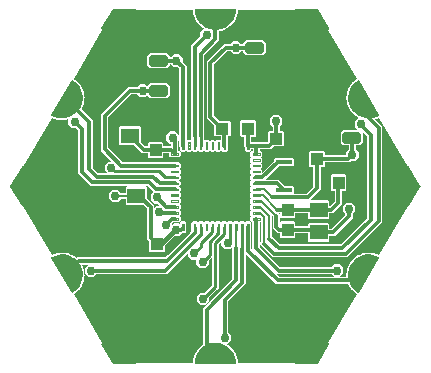
<source format=gbr>
G04 EAGLE Gerber RS-274X export*
G75*
%MOMM*%
%FSLAX34Y34*%
%LPD*%
%INBottom Copper*%
%IPPOS*%
%AMOC8*
5,1,8,0,0,1.08239X$1,22.5*%
G01*
%ADD10R,1.000000X1.100000*%
%ADD11R,1.500000X1.300000*%
%ADD12C,0.124994*%
%ADD13R,5.699988X5.699988*%
%ADD14R,1.399997X0.400000*%
%ADD15R,1.100000X1.000000*%
%ADD16C,0.499997*%
%ADD17C,1.000000*%
%ADD18C,0.304800*%
%ADD19C,0.254000*%
%ADD20C,0.203200*%
%ADD21C,0.756400*%
%ADD22C,0.406400*%

G36*
X446760Y269670D02*
X446760Y269670D01*
X446765Y269670D01*
X446765Y269674D01*
X446769Y269678D01*
X446765Y269682D01*
X446766Y269688D01*
X444762Y271692D01*
X444756Y271692D01*
X444753Y271695D01*
X398444Y271695D01*
X377575Y292564D01*
X377575Y315915D01*
X377565Y315927D01*
X377564Y315927D01*
X377563Y315927D01*
X376937Y315927D01*
X375677Y317187D01*
X375677Y320217D01*
X376653Y321194D01*
X376654Y321198D01*
X376657Y321201D01*
X376654Y321204D01*
X376654Y321209D01*
X376653Y321209D01*
X376653Y321210D01*
X375677Y322187D01*
X375677Y325217D01*
X376653Y326194D01*
X376654Y326202D01*
X376655Y326203D01*
X376654Y326203D01*
X376654Y326209D01*
X376653Y326209D01*
X376653Y326210D01*
X375677Y327187D01*
X375677Y330217D01*
X376653Y331194D01*
X376654Y331209D01*
X376653Y331209D01*
X376653Y331210D01*
X375677Y332187D01*
X375677Y335217D01*
X376653Y336194D01*
X376654Y336209D01*
X376653Y336209D01*
X376653Y336210D01*
X375677Y337187D01*
X375677Y340217D01*
X376653Y341194D01*
X376654Y341209D01*
X376653Y341209D01*
X376653Y341210D01*
X375677Y342187D01*
X375677Y345217D01*
X376653Y346194D01*
X376654Y346197D01*
X376654Y346198D01*
X376654Y346209D01*
X376653Y346209D01*
X376653Y346210D01*
X375677Y347187D01*
X375677Y350217D01*
X376653Y351194D01*
X376654Y351198D01*
X376656Y351200D01*
X376654Y351202D01*
X376654Y351209D01*
X376653Y351209D01*
X376653Y351210D01*
X375677Y352187D01*
X375677Y355217D01*
X376653Y356194D01*
X376654Y356200D01*
X376656Y356201D01*
X376654Y356204D01*
X376654Y356209D01*
X376653Y356209D01*
X376653Y356210D01*
X375677Y357187D01*
X375677Y360217D01*
X376653Y361194D01*
X376654Y361209D01*
X376653Y361209D01*
X376653Y361210D01*
X375677Y362187D01*
X375677Y365217D01*
X376653Y366194D01*
X376654Y366209D01*
X376653Y366209D01*
X376653Y366210D01*
X375677Y367187D01*
X375677Y370217D01*
X376653Y371194D01*
X376654Y371209D01*
X376653Y371209D01*
X376653Y371210D01*
X375677Y372187D01*
X375677Y375217D01*
X376937Y376477D01*
X377641Y376477D01*
X377653Y376487D01*
X377653Y376488D01*
X377653Y376489D01*
X377653Y377641D01*
X377643Y377653D01*
X377642Y377653D01*
X377641Y377653D01*
X376489Y377653D01*
X376477Y377643D01*
X376477Y377642D01*
X376477Y377641D01*
X376477Y376937D01*
X375217Y375677D01*
X372187Y375677D01*
X370927Y376937D01*
X370927Y379160D01*
X370924Y379165D01*
X370924Y379169D01*
X370653Y379439D01*
X370653Y388087D01*
X370643Y388099D01*
X370642Y388098D01*
X370641Y388099D01*
X368251Y388099D01*
X367358Y388992D01*
X367358Y401255D01*
X368251Y402149D01*
X379514Y402149D01*
X380408Y401255D01*
X380408Y388992D01*
X379515Y388099D01*
X376763Y388099D01*
X376751Y388089D01*
X376752Y388088D01*
X376751Y388087D01*
X376751Y383763D01*
X376761Y383751D01*
X376762Y383752D01*
X376763Y383751D01*
X390619Y383751D01*
X390624Y383755D01*
X390628Y383754D01*
X390630Y383757D01*
X390631Y383761D01*
X390631Y383762D01*
X390634Y383765D01*
X390634Y392105D01*
X391527Y392998D01*
X394598Y392998D01*
X394610Y393009D01*
X394609Y393010D01*
X394610Y393010D01*
X394610Y396771D01*
X394606Y396775D01*
X394606Y396780D01*
X392201Y399185D01*
X392201Y403582D01*
X395309Y406690D01*
X399706Y406690D01*
X402814Y403582D01*
X402814Y399185D01*
X400711Y397082D01*
X400711Y397076D01*
X400707Y397074D01*
X400707Y393010D01*
X400718Y392999D01*
X400719Y392999D01*
X400719Y392998D01*
X403790Y392998D01*
X404683Y392105D01*
X404683Y380842D01*
X403790Y379949D01*
X395450Y379949D01*
X395446Y379945D01*
X395442Y379945D01*
X394939Y379443D01*
X393150Y377653D01*
X383763Y377653D01*
X383751Y377643D01*
X383752Y377642D01*
X383751Y377641D01*
X383751Y376489D01*
X383761Y376477D01*
X383762Y376477D01*
X383763Y376477D01*
X384468Y376477D01*
X385727Y375217D01*
X385727Y372187D01*
X384751Y371210D01*
X384750Y371195D01*
X384751Y371195D01*
X384751Y371194D01*
X385727Y370217D01*
X385727Y367187D01*
X384751Y366210D01*
X384750Y366195D01*
X384751Y366195D01*
X384751Y366194D01*
X385727Y365217D01*
X385727Y362187D01*
X384751Y361210D01*
X384750Y361207D01*
X384750Y361206D01*
X384750Y361195D01*
X384751Y361195D01*
X384751Y361194D01*
X385727Y360217D01*
X385727Y357822D01*
X385730Y357819D01*
X385729Y357814D01*
X385733Y357814D01*
X385737Y357810D01*
X385742Y357814D01*
X385747Y357813D01*
X395807Y367873D01*
X395807Y367879D01*
X395811Y367882D01*
X395811Y369452D01*
X396704Y370345D01*
X411967Y370345D01*
X412860Y369452D01*
X412860Y364189D01*
X411967Y363295D01*
X399857Y363295D01*
X399853Y363292D01*
X399849Y363292D01*
X388328Y351771D01*
X388328Y351767D01*
X388325Y351764D01*
X388327Y351761D01*
X388327Y351755D01*
X388333Y351755D01*
X388336Y351751D01*
X399716Y351751D01*
X405119Y346348D01*
X405124Y346348D01*
X405127Y346345D01*
X411967Y346345D01*
X412860Y345452D01*
X412860Y340189D01*
X412694Y340023D01*
X412694Y340019D01*
X412692Y340017D01*
X412691Y340016D01*
X412694Y340013D01*
X412693Y340007D01*
X412699Y340007D01*
X412703Y340003D01*
X423065Y340003D01*
X423069Y340006D01*
X423073Y340006D01*
X429141Y346074D01*
X429142Y346078D01*
X429142Y346079D01*
X429142Y346080D01*
X429145Y346083D01*
X429145Y362484D01*
X429135Y362496D01*
X429134Y362495D01*
X429133Y362496D01*
X426458Y362496D01*
X425565Y363389D01*
X425565Y375652D01*
X426459Y376545D01*
X437722Y376545D01*
X438615Y375652D01*
X438615Y372581D01*
X438625Y372569D01*
X438626Y372570D01*
X438627Y372569D01*
X456870Y372569D01*
X456882Y372580D01*
X456881Y372581D01*
X456882Y372581D01*
X456882Y375190D01*
X459136Y377444D01*
X459137Y377448D01*
X459139Y377450D01*
X459138Y377451D01*
X459140Y377452D01*
X459140Y380813D01*
X459129Y380825D01*
X459128Y380825D01*
X454605Y380825D01*
X452247Y383183D01*
X452247Y391517D01*
X454605Y393875D01*
X467006Y393875D01*
X467009Y393877D01*
X467013Y393877D01*
X467014Y393881D01*
X467018Y393885D01*
X467014Y393889D01*
X467015Y393895D01*
X464156Y396753D01*
X464156Y401150D01*
X467265Y404258D01*
X467404Y404258D01*
X467409Y404262D01*
X467415Y404264D01*
X467414Y404267D01*
X467416Y404269D01*
X467411Y404274D01*
X467409Y404281D01*
X466907Y404485D01*
X466834Y404656D01*
X466830Y404658D01*
X466830Y404662D01*
X465551Y405446D01*
X465547Y405445D01*
X465544Y405448D01*
X465359Y405435D01*
X464853Y405875D01*
X464852Y405875D01*
X464852Y405876D01*
X464281Y406226D01*
X464237Y406407D01*
X464234Y406410D01*
X464234Y406413D01*
X463102Y407398D01*
X463097Y407398D01*
X463095Y407400D01*
X462910Y407418D01*
X462484Y407935D01*
X462482Y407935D01*
X462482Y407937D01*
X461977Y408376D01*
X461964Y408562D01*
X461961Y408565D01*
X461961Y408569D01*
X461007Y409726D01*
X461003Y409726D01*
X461001Y409730D01*
X460821Y409778D01*
X460486Y410358D01*
X460484Y410358D01*
X460485Y410359D01*
X460058Y410876D01*
X460076Y411061D01*
X460074Y411065D01*
X460075Y411068D01*
X459324Y412367D01*
X459320Y412368D01*
X459319Y412371D01*
X459149Y412448D01*
X458914Y413076D01*
X458913Y413076D01*
X458913Y413078D01*
X458578Y413657D01*
X458626Y413837D01*
X458624Y413841D01*
X458625Y413845D01*
X458099Y415249D01*
X458095Y415251D01*
X458094Y415254D01*
X457940Y415358D01*
X457811Y416016D01*
X457810Y416017D01*
X457810Y416018D01*
X457575Y416645D01*
X457652Y416814D01*
X457651Y416819D01*
X457652Y416820D01*
X457652Y416821D01*
X457653Y416822D01*
X457364Y418293D01*
X457361Y418296D01*
X457361Y418299D01*
X457225Y418427D01*
X457207Y419097D01*
X457206Y419098D01*
X457206Y419099D01*
X457077Y419756D01*
X457181Y419911D01*
X457181Y419915D01*
X457183Y419918D01*
X457141Y421417D01*
X457138Y421420D01*
X457139Y421424D01*
X457026Y421572D01*
X457118Y422236D01*
X457117Y422237D01*
X457118Y422238D01*
X457099Y422907D01*
X457227Y423043D01*
X457227Y423047D01*
X457230Y423049D01*
X457435Y424535D01*
X457433Y424539D01*
X457434Y424542D01*
X457347Y424707D01*
X457547Y425346D01*
X457546Y425348D01*
X457547Y425348D01*
X457639Y426012D01*
X457787Y426124D01*
X457788Y426129D01*
X457792Y426130D01*
X458238Y427562D01*
X458238Y427563D01*
X458239Y427564D01*
X458237Y427566D01*
X458238Y427569D01*
X458180Y427746D01*
X458482Y428344D01*
X458482Y428345D01*
X458483Y428346D01*
X458682Y428985D01*
X458847Y429072D01*
X458849Y429076D01*
X458852Y429077D01*
X459529Y430415D01*
X459528Y430417D01*
X459529Y430417D01*
X459528Y430418D01*
X459527Y430420D01*
X459530Y430423D01*
X459502Y430607D01*
X459898Y431147D01*
X459898Y431148D01*
X459899Y431148D01*
X460201Y431746D01*
X460378Y431804D01*
X460380Y431808D01*
X460384Y431809D01*
X461271Y433018D01*
X461271Y433022D01*
X461273Y433025D01*
X461276Y433211D01*
X461756Y433678D01*
X461756Y433680D01*
X461757Y433680D01*
X462153Y434220D01*
X462338Y434248D01*
X462340Y434251D01*
X462344Y434251D01*
X463418Y435298D01*
X463419Y435302D01*
X463422Y435304D01*
X463455Y435487D01*
X464005Y435869D01*
X464005Y435871D01*
X464007Y435871D01*
X464486Y436338D01*
X464673Y436336D01*
X464676Y436339D01*
X464679Y436338D01*
X465834Y437139D01*
X465835Y437144D01*
X465839Y437146D01*
X465862Y437235D01*
X465936Y437277D01*
X465941Y437292D01*
X465940Y437293D01*
X465940Y437294D01*
X441888Y478954D01*
X442516Y479251D01*
X442538Y479268D01*
X442565Y479278D01*
X442617Y479327D01*
X442675Y479370D01*
X442689Y479395D01*
X442710Y479414D01*
X442739Y479480D01*
X442775Y479542D01*
X442778Y479570D01*
X442790Y479596D01*
X442791Y479668D01*
X442800Y479739D01*
X442792Y479766D01*
X442793Y479795D01*
X442757Y479890D01*
X442746Y479930D01*
X442739Y479939D01*
X442735Y479951D01*
X433235Y496451D01*
X433183Y496510D01*
X433137Y496572D01*
X433118Y496583D01*
X433103Y496600D01*
X433033Y496634D01*
X432966Y496674D01*
X432942Y496678D01*
X432924Y496686D01*
X432879Y496688D01*
X432802Y496701D01*
X413802Y496701D01*
X413774Y496696D01*
X413746Y496698D01*
X413678Y496676D01*
X413607Y496662D01*
X413584Y496646D01*
X413557Y496637D01*
X413502Y496590D01*
X413443Y496549D01*
X413428Y496525D01*
X413407Y496507D01*
X413375Y496442D01*
X413336Y496382D01*
X413331Y496354D01*
X413319Y496328D01*
X413310Y496227D01*
X413303Y496185D01*
X413305Y496175D01*
X413304Y496162D01*
X413361Y495447D01*
X365239Y495447D01*
X365227Y495437D01*
X365228Y495436D01*
X365227Y495435D01*
X365227Y495363D01*
X365162Y495298D01*
X365161Y495293D01*
X365158Y495291D01*
X365042Y493887D01*
X365045Y493883D01*
X365043Y493880D01*
X365139Y493720D01*
X364974Y493070D01*
X364975Y493069D01*
X364974Y493068D01*
X364919Y492401D01*
X364777Y492281D01*
X364776Y492276D01*
X364773Y492274D01*
X364404Y490818D01*
X364406Y490813D01*
X364404Y490810D01*
X364472Y490637D01*
X364203Y490023D01*
X364203Y490022D01*
X364202Y490021D01*
X364038Y489372D01*
X363878Y489277D01*
X363876Y489272D01*
X363873Y489271D01*
X363269Y487895D01*
X363271Y487891D01*
X363269Y487888D01*
X363307Y487706D01*
X362940Y487145D01*
X362941Y487143D01*
X362939Y487143D01*
X362670Y486530D01*
X362497Y486462D01*
X362495Y486458D01*
X362491Y486457D01*
X361669Y485199D01*
X361670Y485195D01*
X361667Y485192D01*
X361675Y485006D01*
X361221Y484513D01*
X361221Y484512D01*
X361220Y484512D01*
X360854Y483951D01*
X360671Y483913D01*
X360669Y483909D01*
X360665Y483909D01*
X359647Y482803D01*
X359647Y482799D01*
X359644Y482797D01*
X359621Y482612D01*
X359093Y482201D01*
X359092Y482199D01*
X359091Y482199D01*
X358637Y481706D01*
X358531Y481702D01*
X358530Y481702D01*
X358451Y481699D01*
X358448Y481695D01*
X358445Y481696D01*
X357259Y480773D01*
X357258Y480769D01*
X357254Y480767D01*
X357201Y480589D01*
X356612Y480270D01*
X356612Y480268D01*
X356611Y480269D01*
X356082Y479857D01*
X355897Y479880D01*
X355893Y479878D01*
X355890Y479879D01*
X354568Y479164D01*
X354567Y479159D01*
X354563Y479158D01*
X354481Y478991D01*
X353848Y478774D01*
X353847Y478772D01*
X353846Y478773D01*
X353257Y478454D01*
X353078Y478507D01*
X353074Y478505D01*
X353071Y478507D01*
X351650Y478019D01*
X351647Y478015D01*
X351644Y478015D01*
X351536Y477863D01*
X350875Y477753D01*
X350874Y477752D01*
X350873Y477752D01*
X350239Y477535D01*
X350072Y477617D01*
X350068Y477615D01*
X350065Y477618D01*
X349256Y477483D01*
X349247Y477472D01*
X349246Y477471D01*
X349246Y469704D01*
X336754Y457213D01*
X336754Y457209D01*
X336753Y457208D01*
X336754Y457207D01*
X336751Y457204D01*
X336751Y387605D01*
X336500Y387355D01*
X336500Y387351D01*
X336498Y387349D01*
X336499Y387349D01*
X336497Y387347D01*
X336497Y385066D01*
X336500Y385063D01*
X336499Y385058D01*
X336503Y385058D01*
X336507Y385054D01*
X336509Y385056D01*
X336511Y385056D01*
X336513Y385058D01*
X336517Y385057D01*
X337187Y385727D01*
X340217Y385727D01*
X341194Y384751D01*
X341209Y384750D01*
X341209Y384751D01*
X341210Y384751D01*
X342187Y385727D01*
X345217Y385727D01*
X346194Y384751D01*
X346209Y384750D01*
X346209Y384751D01*
X346210Y384751D01*
X347187Y385727D01*
X350217Y385727D01*
X350633Y385311D01*
X350637Y385311D01*
X350640Y385308D01*
X350643Y385311D01*
X350649Y385310D01*
X350649Y385316D01*
X350653Y385320D01*
X350653Y388435D01*
X350643Y388447D01*
X350642Y388446D01*
X350641Y388447D01*
X345968Y388447D01*
X345075Y389340D01*
X345075Y397680D01*
X345071Y397684D01*
X345072Y397688D01*
X338924Y403836D01*
X338924Y451900D01*
X353659Y466634D01*
X359082Y466634D01*
X359086Y466638D01*
X359090Y466638D01*
X361344Y468892D01*
X365741Y468892D01*
X367995Y466638D01*
X368001Y466637D01*
X368004Y466634D01*
X369939Y466634D01*
X369951Y466645D01*
X369951Y466646D01*
X369951Y467717D01*
X372309Y470075D01*
X386643Y470075D01*
X389001Y467717D01*
X389001Y459383D01*
X386643Y457025D01*
X372309Y457025D01*
X369951Y459383D01*
X369951Y460525D01*
X369941Y460537D01*
X369940Y460536D01*
X369939Y460537D01*
X368004Y460537D01*
X367999Y460533D01*
X367995Y460533D01*
X365741Y458279D01*
X361344Y458279D01*
X359090Y460533D01*
X359084Y460534D01*
X359082Y460537D01*
X356190Y460537D01*
X356185Y460533D01*
X356181Y460533D01*
X345025Y449377D01*
X345025Y449372D01*
X345022Y449369D01*
X345022Y406366D01*
X345025Y406362D01*
X345025Y406358D01*
X349883Y401500D01*
X349889Y401499D01*
X349892Y401496D01*
X358231Y401496D01*
X359125Y400603D01*
X359125Y389340D01*
X358231Y388447D01*
X356763Y388447D01*
X356751Y388436D01*
X356751Y388435D01*
X356751Y379439D01*
X356480Y379169D01*
X356480Y379163D01*
X356477Y379160D01*
X356477Y376937D01*
X355217Y375677D01*
X352187Y375677D01*
X351210Y376653D01*
X351195Y376654D01*
X351195Y376653D01*
X351194Y376653D01*
X350217Y375677D01*
X347187Y375677D01*
X346210Y376653D01*
X346195Y376654D01*
X346195Y376653D01*
X346194Y376653D01*
X345217Y375677D01*
X342187Y375677D01*
X341210Y376653D01*
X341195Y376654D01*
X341195Y376653D01*
X341194Y376653D01*
X340217Y375677D01*
X337187Y375677D01*
X336210Y376653D01*
X336195Y376654D01*
X336195Y376653D01*
X336194Y376653D01*
X335217Y375677D01*
X332187Y375677D01*
X331210Y376653D01*
X331195Y376654D01*
X331195Y376653D01*
X331194Y376653D01*
X330217Y375677D01*
X327187Y375677D01*
X326210Y376653D01*
X326195Y376654D01*
X326195Y376653D01*
X326194Y376653D01*
X325217Y375677D01*
X322187Y375677D01*
X321210Y376653D01*
X321195Y376654D01*
X321195Y376653D01*
X321194Y376653D01*
X320217Y375677D01*
X317187Y375677D01*
X315927Y376937D01*
X315927Y379160D01*
X315924Y379165D01*
X315924Y379169D01*
X315653Y379439D01*
X315653Y445906D01*
X315650Y445911D01*
X315650Y445915D01*
X314247Y447318D01*
X314241Y447318D01*
X314238Y447321D01*
X311050Y447321D01*
X308795Y449576D01*
X308790Y449576D01*
X308788Y449578D01*
X308787Y449579D01*
X307479Y449579D01*
X307467Y449569D01*
X307467Y449568D01*
X307467Y449567D01*
X307467Y448461D01*
X305109Y446103D01*
X290775Y446103D01*
X288417Y448461D01*
X288417Y456795D01*
X290775Y459153D01*
X305109Y459153D01*
X307467Y456795D01*
X307467Y455689D01*
X307477Y455677D01*
X307478Y455678D01*
X307479Y455677D01*
X308787Y455677D01*
X308791Y455680D01*
X308795Y455680D01*
X311050Y457935D01*
X315446Y457935D01*
X318555Y454826D01*
X318555Y451638D01*
X318559Y451634D01*
X318558Y451629D01*
X321751Y448437D01*
X321751Y385320D01*
X321754Y385317D01*
X321753Y385312D01*
X321757Y385312D01*
X321761Y385308D01*
X321765Y385312D01*
X321771Y385311D01*
X322187Y385727D01*
X325217Y385727D01*
X325887Y385057D01*
X325891Y385057D01*
X325894Y385054D01*
X325897Y385057D01*
X325903Y385056D01*
X325903Y385062D01*
X325907Y385066D01*
X325907Y387336D01*
X325904Y387341D01*
X325904Y387345D01*
X325653Y387595D01*
X325653Y465481D01*
X333460Y473288D01*
X333460Y473294D01*
X333463Y473296D01*
X333463Y476485D01*
X336572Y479593D01*
X336995Y479593D01*
X336999Y479597D01*
X337004Y479598D01*
X337004Y479601D01*
X337007Y479604D01*
X337002Y479609D01*
X337000Y479616D01*
X336514Y479879D01*
X336510Y479878D01*
X336507Y479880D01*
X336322Y479857D01*
X335793Y480269D01*
X335792Y480269D01*
X335792Y480270D01*
X335203Y480589D01*
X335150Y480767D01*
X335146Y480770D01*
X335145Y480773D01*
X333960Y481696D01*
X333955Y481696D01*
X333953Y481699D01*
X333874Y481702D01*
X333767Y481706D01*
X333313Y482199D01*
X333311Y482199D01*
X333311Y482201D01*
X332783Y482612D01*
X332760Y482797D01*
X332756Y482800D01*
X332757Y482803D01*
X331739Y483909D01*
X331734Y483910D01*
X331733Y483913D01*
X331550Y483951D01*
X331184Y484512D01*
X331183Y484512D01*
X331183Y484513D01*
X330729Y485006D01*
X330737Y485192D01*
X330734Y485196D01*
X330735Y485199D01*
X329913Y486457D01*
X329908Y486458D01*
X329907Y486462D01*
X329734Y486530D01*
X329465Y487143D01*
X329463Y487144D01*
X329464Y487145D01*
X329097Y487706D01*
X329135Y487888D01*
X329133Y487892D01*
X329135Y487895D01*
X328531Y489271D01*
X328527Y489273D01*
X328526Y489277D01*
X328366Y489372D01*
X328202Y490021D01*
X328201Y490022D01*
X328201Y490023D01*
X327932Y490637D01*
X328000Y490810D01*
X327998Y490815D01*
X328000Y490818D01*
X327631Y492274D01*
X327627Y492277D01*
X327627Y492281D01*
X327485Y492401D01*
X327430Y493068D01*
X327429Y493069D01*
X327430Y493070D01*
X327265Y493720D01*
X327361Y493880D01*
X327360Y493884D01*
X327362Y493887D01*
X327246Y495291D01*
X327242Y495294D01*
X327242Y495298D01*
X327177Y495363D01*
X327177Y495435D01*
X327167Y495447D01*
X327166Y495446D01*
X327165Y495447D01*
X279043Y495447D01*
X279100Y496162D01*
X279096Y496191D01*
X279101Y496219D01*
X279084Y496288D01*
X279076Y496360D01*
X279062Y496384D01*
X279055Y496412D01*
X279012Y496470D01*
X278977Y496532D01*
X278954Y496549D01*
X278937Y496572D01*
X278875Y496609D01*
X278818Y496652D01*
X278790Y496659D01*
X278766Y496674D01*
X278666Y496690D01*
X278625Y496701D01*
X278615Y496699D01*
X278602Y496701D01*
X259602Y496701D01*
X259526Y496686D01*
X259448Y496677D01*
X259429Y496666D01*
X259407Y496662D01*
X259343Y496618D01*
X259275Y496579D01*
X259259Y496560D01*
X259243Y496549D01*
X259219Y496511D01*
X259169Y496451D01*
X249669Y479951D01*
X249660Y479924D01*
X249644Y479900D01*
X249629Y479830D01*
X249606Y479762D01*
X249609Y479734D01*
X249603Y479706D01*
X249617Y479636D01*
X249622Y479564D01*
X249635Y479539D01*
X249641Y479511D01*
X249681Y479451D01*
X249714Y479388D01*
X249736Y479370D01*
X249752Y479346D01*
X249835Y479288D01*
X249867Y479261D01*
X249878Y479258D01*
X249889Y479251D01*
X250516Y478954D01*
X226464Y437294D01*
X226467Y437278D01*
X226468Y437278D01*
X226468Y437277D01*
X226542Y437235D01*
X226565Y437146D01*
X226570Y437143D01*
X226570Y437139D01*
X227725Y436338D01*
X227729Y436338D01*
X227731Y436336D01*
X227918Y436338D01*
X228397Y435871D01*
X228399Y435871D01*
X228399Y435869D01*
X228949Y435487D01*
X228982Y435304D01*
X228986Y435301D01*
X228986Y435298D01*
X230060Y434251D01*
X230065Y434251D01*
X230066Y434248D01*
X230251Y434220D01*
X230647Y433680D01*
X230648Y433679D01*
X230648Y433678D01*
X231128Y433211D01*
X231131Y433025D01*
X231134Y433021D01*
X231133Y433018D01*
X232020Y431809D01*
X232025Y431808D01*
X232026Y431804D01*
X232203Y431746D01*
X232505Y431148D01*
X232506Y431148D01*
X232506Y431147D01*
X232902Y430607D01*
X232874Y430423D01*
X232876Y430420D01*
X232875Y430420D01*
X232877Y430419D01*
X232875Y430415D01*
X233552Y429077D01*
X233556Y429075D01*
X233557Y429072D01*
X233722Y428985D01*
X233921Y428346D01*
X233922Y428345D01*
X233922Y428344D01*
X234224Y427746D01*
X234166Y427569D01*
X234166Y427568D01*
X234165Y427567D01*
X234167Y427565D01*
X234166Y427562D01*
X234612Y426130D01*
X234616Y426128D01*
X234617Y426124D01*
X234765Y426012D01*
X234857Y425348D01*
X234858Y425347D01*
X234857Y425346D01*
X235057Y424707D01*
X234970Y424542D01*
X234971Y424538D01*
X234969Y424535D01*
X235174Y423049D01*
X235177Y423046D01*
X235177Y423043D01*
X235305Y422907D01*
X235286Y422238D01*
X235287Y422237D01*
X235286Y422236D01*
X235378Y421572D01*
X235265Y421424D01*
X235266Y421421D01*
X235264Y421419D01*
X235264Y421418D01*
X235263Y421417D01*
X235221Y419918D01*
X235224Y419914D01*
X235223Y419911D01*
X235327Y419756D01*
X235198Y419099D01*
X235198Y419098D01*
X235197Y419097D01*
X235179Y418427D01*
X235043Y418299D01*
X235043Y418295D01*
X235040Y418293D01*
X234751Y416822D01*
X234754Y416818D01*
X234752Y416814D01*
X234829Y416645D01*
X234594Y416018D01*
X234594Y416016D01*
X234593Y416016D01*
X234464Y415358D01*
X234310Y415254D01*
X234309Y415250D01*
X234305Y415249D01*
X233779Y413845D01*
X233780Y413840D01*
X233780Y413839D01*
X233779Y413839D01*
X233779Y413838D01*
X233778Y413837D01*
X233826Y413657D01*
X233491Y413078D01*
X233491Y413076D01*
X233490Y413076D01*
X233255Y412448D01*
X233085Y412371D01*
X233083Y412367D01*
X233080Y412367D01*
X232670Y411658D01*
X232671Y411656D01*
X232669Y411654D01*
X232671Y411651D01*
X232672Y411647D01*
X232672Y411644D01*
X242345Y401971D01*
X242345Y362090D01*
X242348Y362086D01*
X242348Y362082D01*
X247065Y357364D01*
X247071Y357364D01*
X247074Y357361D01*
X255018Y357361D01*
X255021Y357364D01*
X255025Y357363D01*
X255025Y357368D01*
X255030Y357371D01*
X255026Y357376D01*
X255026Y357381D01*
X252910Y359498D01*
X252910Y363894D01*
X256018Y367003D01*
X258844Y367003D01*
X258847Y367006D01*
X258851Y367005D01*
X258851Y367009D01*
X258855Y367013D01*
X258852Y367017D01*
X258852Y367023D01*
X251214Y374661D01*
X249425Y376450D01*
X249425Y407086D01*
X272615Y430277D01*
X280016Y430277D01*
X280021Y430280D01*
X280025Y430280D01*
X282279Y432535D01*
X286676Y432535D01*
X288397Y430813D01*
X288401Y430813D01*
X288404Y430810D01*
X288407Y430813D01*
X288413Y430812D01*
X288413Y430818D01*
X288417Y430822D01*
X288417Y431395D01*
X290775Y433753D01*
X305109Y433753D01*
X307467Y431395D01*
X307467Y423061D01*
X305109Y420703D01*
X290775Y420703D01*
X288417Y423061D01*
X288417Y423634D01*
X288415Y423637D01*
X288415Y423642D01*
X288411Y423642D01*
X288407Y423646D01*
X288403Y423642D01*
X288397Y423643D01*
X286676Y421921D01*
X282279Y421921D01*
X280025Y424176D01*
X280019Y424176D01*
X280016Y424179D01*
X275146Y424179D01*
X275142Y424176D01*
X275137Y424176D01*
X255526Y404564D01*
X255525Y404558D01*
X255522Y404556D01*
X255522Y378981D01*
X255526Y378977D01*
X255526Y378973D01*
X267744Y366754D01*
X267750Y366754D01*
X267752Y366751D01*
X312965Y366751D01*
X313235Y366480D01*
X313241Y366480D01*
X313244Y366477D01*
X315467Y366477D01*
X316727Y365217D01*
X316727Y362187D01*
X315751Y361210D01*
X315750Y361207D01*
X315750Y361206D01*
X315750Y361195D01*
X315751Y361195D01*
X315751Y361194D01*
X316727Y360217D01*
X316727Y357187D01*
X315751Y356210D01*
X315750Y356206D01*
X315748Y356204D01*
X315750Y356202D01*
X315750Y356195D01*
X315751Y356195D01*
X315751Y356194D01*
X316727Y355217D01*
X316727Y352187D01*
X315751Y351210D01*
X315750Y351205D01*
X315748Y351203D01*
X315750Y351200D01*
X315750Y351195D01*
X315751Y351195D01*
X315751Y351194D01*
X316727Y350217D01*
X316727Y347187D01*
X315751Y346210D01*
X315750Y346201D01*
X315750Y346195D01*
X315751Y346195D01*
X315751Y346194D01*
X316727Y345217D01*
X316727Y342187D01*
X315751Y341210D01*
X315750Y341195D01*
X315751Y341195D01*
X315751Y341194D01*
X316727Y340217D01*
X316727Y337187D01*
X315751Y336210D01*
X315750Y336195D01*
X315751Y336195D01*
X315751Y336194D01*
X316727Y335217D01*
X316727Y332187D01*
X315751Y331210D01*
X315750Y331195D01*
X315751Y331195D01*
X315751Y331194D01*
X316727Y330217D01*
X316727Y327187D01*
X315751Y326210D01*
X315750Y326207D01*
X315749Y326206D01*
X315750Y326204D01*
X315750Y326195D01*
X315751Y326195D01*
X315751Y326194D01*
X316727Y325217D01*
X316727Y322187D01*
X315751Y321210D01*
X315750Y321206D01*
X315747Y321204D01*
X315750Y321201D01*
X315750Y321195D01*
X315751Y321195D01*
X315751Y321194D01*
X316727Y320217D01*
X316727Y317187D01*
X315467Y315927D01*
X313244Y315927D01*
X313239Y315924D01*
X313235Y315924D01*
X312965Y315653D01*
X310445Y315653D01*
X310440Y315650D01*
X310436Y315650D01*
X309590Y314803D01*
X309589Y314797D01*
X309586Y314795D01*
X309586Y313475D01*
X309589Y313472D01*
X309589Y313467D01*
X309593Y313467D01*
X309596Y313463D01*
X309601Y313467D01*
X309606Y313466D01*
X311035Y314895D01*
X315431Y314895D01*
X315907Y314419D01*
X315911Y314418D01*
X315914Y314415D01*
X315917Y314418D01*
X315923Y314418D01*
X315923Y314423D01*
X315927Y314427D01*
X315927Y315467D01*
X317187Y316727D01*
X320217Y316727D01*
X321477Y315467D01*
X321477Y312885D01*
X321480Y312880D01*
X321480Y312876D01*
X321497Y312860D01*
X321497Y310544D01*
X321480Y310528D01*
X321480Y310522D01*
X321477Y310520D01*
X321477Y310519D01*
X321477Y307936D01*
X320217Y306677D01*
X317832Y306677D01*
X317828Y306673D01*
X317823Y306674D01*
X315431Y304281D01*
X311691Y304281D01*
X311687Y304277D01*
X311683Y304278D01*
X303866Y296462D01*
X303866Y296458D01*
X303866Y296457D01*
X303866Y296456D01*
X303863Y296453D01*
X303863Y291848D01*
X302970Y290955D01*
X290707Y290955D01*
X289814Y291848D01*
X289814Y300188D01*
X289810Y300192D01*
X289810Y300196D01*
X288481Y301525D01*
X288481Y327341D01*
X288477Y327345D01*
X288477Y327349D01*
X285562Y330265D01*
X285557Y330265D01*
X285554Y330268D01*
X271080Y330268D01*
X270187Y331161D01*
X270187Y335636D01*
X270177Y335647D01*
X270176Y335647D01*
X270175Y335648D01*
X266564Y335648D01*
X266559Y335644D01*
X266555Y335644D01*
X263793Y332882D01*
X259396Y332882D01*
X256288Y335990D01*
X256288Y340386D01*
X259396Y343495D01*
X263793Y343495D01*
X266555Y340733D01*
X266561Y340732D01*
X266564Y340729D01*
X270175Y340729D01*
X270187Y340739D01*
X270187Y340740D01*
X270187Y340741D01*
X270187Y345424D01*
X271081Y346318D01*
X287344Y346318D01*
X288237Y345424D01*
X288237Y336218D01*
X288241Y336214D01*
X288240Y336210D01*
X294578Y329872D01*
X294578Y327918D01*
X294581Y327915D01*
X294581Y327911D01*
X294585Y327911D01*
X294589Y327907D01*
X294593Y327910D01*
X294599Y327910D01*
X296404Y329716D01*
X299331Y329716D01*
X299334Y329718D01*
X299339Y329718D01*
X299339Y329722D01*
X299343Y329726D01*
X299339Y329730D01*
X299340Y329736D01*
X297569Y331506D01*
X297563Y331507D01*
X297561Y331510D01*
X294372Y331510D01*
X291264Y334619D01*
X291264Y339015D01*
X293742Y341494D01*
X293743Y341509D01*
X293742Y341509D01*
X293742Y341510D01*
X288832Y346421D01*
X288826Y346422D01*
X288823Y346425D01*
X240649Y346425D01*
X229981Y357093D01*
X229981Y393850D01*
X229977Y393854D01*
X229978Y393858D01*
X228094Y395742D01*
X228088Y395742D01*
X228085Y395746D01*
X224897Y395746D01*
X221788Y398854D01*
X221788Y402963D01*
X221787Y402965D01*
X221788Y402966D01*
X221784Y402968D01*
X221778Y402975D01*
X221777Y402974D01*
X221776Y402974D01*
X221773Y402974D01*
X221772Y402974D01*
X221344Y402801D01*
X221172Y402873D01*
X221168Y402872D01*
X221165Y402874D01*
X219701Y402547D01*
X219699Y402543D01*
X219695Y402543D01*
X219571Y402405D01*
X218902Y402368D01*
X218901Y402367D01*
X218900Y402368D01*
X218246Y402222D01*
X218089Y402322D01*
X218084Y402321D01*
X218082Y402324D01*
X216585Y402242D01*
X216581Y402239D01*
X216578Y402239D01*
X216432Y402123D01*
X215767Y402197D01*
X215766Y402196D01*
X215765Y402197D01*
X215096Y402161D01*
X214957Y402285D01*
X214952Y402285D01*
X214950Y402288D01*
X213460Y402454D01*
X213456Y402451D01*
X213453Y402453D01*
X213290Y402362D01*
X212646Y402545D01*
X212645Y402544D01*
X212644Y402544D01*
X212644Y402545D01*
X211978Y402619D01*
X211862Y402765D01*
X211857Y402765D01*
X211856Y402769D01*
X210413Y403178D01*
X210412Y403177D01*
X210407Y403177D01*
X210406Y403177D01*
X210230Y403115D01*
X209625Y403401D01*
X209623Y403400D01*
X209623Y403402D01*
X208978Y403584D01*
X208888Y403747D01*
X208883Y403748D01*
X208882Y403752D01*
X207612Y404352D01*
X207607Y404351D01*
X207603Y404353D01*
X207514Y404329D01*
X207463Y404359D01*
X207461Y404358D01*
X207460Y404359D01*
X207456Y404359D01*
X207454Y404357D01*
X207448Y404356D01*
X207448Y404355D01*
X207447Y404355D01*
X183394Y362693D01*
X182786Y363113D01*
X182759Y363124D01*
X182737Y363143D01*
X182668Y363163D01*
X182603Y363191D01*
X182574Y363191D01*
X182546Y363199D01*
X182475Y363191D01*
X182404Y363192D01*
X182377Y363180D01*
X182348Y363177D01*
X182286Y363142D01*
X182221Y363114D01*
X182200Y363094D01*
X182175Y363079D01*
X182112Y363002D01*
X182082Y362972D01*
X182078Y362962D01*
X182069Y362951D01*
X172569Y346451D01*
X172545Y346378D01*
X172514Y346308D01*
X172514Y346284D01*
X172506Y346262D01*
X172513Y346186D01*
X172512Y346109D01*
X172521Y346085D01*
X172522Y346064D01*
X172543Y346025D01*
X172562Y345973D01*
X172563Y345967D01*
X172565Y345965D01*
X172569Y345953D01*
X182069Y329453D01*
X182088Y329431D01*
X182101Y329405D01*
X182154Y329357D01*
X182201Y329304D01*
X182227Y329291D01*
X182249Y329272D01*
X182316Y329249D01*
X182380Y329218D01*
X182409Y329217D01*
X182436Y329207D01*
X182508Y329212D01*
X182579Y329209D01*
X182606Y329219D01*
X182635Y329221D01*
X182725Y329263D01*
X182765Y329278D01*
X182773Y329285D01*
X182786Y329291D01*
X183394Y329711D01*
X207447Y288049D01*
X207462Y288044D01*
X207462Y288045D01*
X207463Y288045D01*
X207514Y288075D01*
X207603Y288051D01*
X207605Y288052D01*
X207609Y288052D01*
X207610Y288052D01*
X207612Y288052D01*
X208882Y288652D01*
X208884Y288656D01*
X208888Y288657D01*
X208978Y288820D01*
X209623Y289002D01*
X209624Y289004D01*
X209625Y289003D01*
X210230Y289289D01*
X210406Y289227D01*
X210410Y289228D01*
X210413Y289226D01*
X211856Y289635D01*
X211858Y289639D01*
X211862Y289639D01*
X211978Y289785D01*
X212644Y289859D01*
X212645Y289860D01*
X212646Y289859D01*
X213290Y290042D01*
X213453Y289951D01*
X213457Y289952D01*
X213460Y289950D01*
X214950Y290116D01*
X214953Y290119D01*
X214957Y290119D01*
X215096Y290243D01*
X215765Y290207D01*
X215766Y290208D01*
X215767Y290207D01*
X216432Y290281D01*
X216578Y290165D01*
X216582Y290165D01*
X216585Y290162D01*
X218082Y290080D01*
X218083Y290081D01*
X218084Y290081D01*
X218086Y290083D01*
X218089Y290082D01*
X218246Y290182D01*
X218900Y290036D01*
X218901Y290037D01*
X218902Y290036D01*
X219571Y289999D01*
X219695Y289861D01*
X219700Y289860D01*
X219701Y289857D01*
X221165Y289530D01*
X221169Y289532D01*
X221172Y289531D01*
X221344Y289603D01*
X221965Y289351D01*
X221966Y289352D01*
X221967Y289351D01*
X222620Y289205D01*
X222720Y289048D01*
X222724Y289046D01*
X222726Y289043D01*
X224115Y288480D01*
X224120Y288481D01*
X224123Y288479D01*
X224304Y288522D01*
X224874Y288172D01*
X224876Y288172D01*
X224876Y288171D01*
X225497Y287919D01*
X225570Y287748D01*
X225574Y287746D01*
X225575Y287742D01*
X226853Y286958D01*
X226857Y286959D01*
X226860Y286956D01*
X227045Y286969D01*
X227551Y286529D01*
X227552Y286529D01*
X227552Y286528D01*
X228123Y286178D01*
X228167Y285997D01*
X228170Y285994D01*
X228171Y285991D01*
X228755Y285482D01*
X228771Y285482D01*
X228771Y285483D01*
X229374Y286086D01*
X303573Y286086D01*
X303577Y286090D01*
X303581Y286090D01*
X325904Y308412D01*
X325904Y308418D01*
X325907Y308420D01*
X325907Y312860D01*
X325924Y312876D01*
X325924Y312880D01*
X325924Y312881D01*
X325924Y312882D01*
X325927Y312885D01*
X325927Y315467D01*
X327187Y316727D01*
X330217Y316727D01*
X331194Y315751D01*
X331209Y315750D01*
X331209Y315751D01*
X331210Y315751D01*
X332187Y316727D01*
X335217Y316727D01*
X336194Y315751D01*
X336209Y315750D01*
X336209Y315751D01*
X336210Y315751D01*
X337187Y316727D01*
X340217Y316727D01*
X341194Y315751D01*
X341209Y315750D01*
X341209Y315751D01*
X341210Y315751D01*
X342187Y316727D01*
X345217Y316727D01*
X346194Y315751D01*
X346209Y315750D01*
X346209Y315751D01*
X346210Y315751D01*
X347187Y316727D01*
X350217Y316727D01*
X351194Y315751D01*
X351209Y315750D01*
X351209Y315751D01*
X351210Y315751D01*
X352187Y316727D01*
X355217Y316727D01*
X356194Y315751D01*
X356209Y315750D01*
X356209Y315751D01*
X356210Y315751D01*
X357187Y316727D01*
X360217Y316727D01*
X361194Y315751D01*
X361209Y315750D01*
X361209Y315751D01*
X361210Y315751D01*
X362187Y316727D01*
X365217Y316727D01*
X366194Y315751D01*
X366209Y315750D01*
X366209Y315751D01*
X366210Y315751D01*
X367187Y316727D01*
X370217Y316727D01*
X371194Y315751D01*
X371209Y315750D01*
X371209Y315751D01*
X371210Y315751D01*
X372187Y316727D01*
X375217Y316727D01*
X376477Y315467D01*
X376477Y313244D01*
X376480Y313240D01*
X376480Y313235D01*
X376751Y312965D01*
X376751Y292975D01*
X376754Y292970D01*
X376754Y292966D01*
X400049Y269671D01*
X400055Y269671D01*
X400057Y269668D01*
X400058Y269667D01*
X446757Y269667D01*
X446760Y269670D01*
G37*
G36*
X278630Y195708D02*
X278630Y195708D01*
X278658Y195706D01*
X278726Y195728D01*
X278797Y195742D01*
X278820Y195758D01*
X278847Y195767D01*
X278902Y195814D01*
X278961Y195855D01*
X278976Y195879D01*
X278998Y195897D01*
X279029Y195962D01*
X279068Y196022D01*
X279073Y196050D01*
X279085Y196076D01*
X279094Y196177D01*
X279101Y196219D01*
X279099Y196229D01*
X279100Y196242D01*
X279043Y196957D01*
X327165Y196957D01*
X327177Y196967D01*
X327176Y196968D01*
X327177Y196969D01*
X327177Y197041D01*
X327242Y197106D01*
X327243Y197110D01*
X327243Y197111D01*
X327246Y197113D01*
X327362Y198517D01*
X327359Y198521D01*
X327361Y198524D01*
X327265Y198684D01*
X327430Y199334D01*
X327429Y199335D01*
X327430Y199336D01*
X327485Y200003D01*
X327627Y200123D01*
X327628Y200128D01*
X327631Y200130D01*
X328000Y201586D01*
X328000Y201587D01*
X328000Y201588D01*
X327998Y201591D01*
X328000Y201594D01*
X327932Y201767D01*
X328201Y202381D01*
X328201Y202382D01*
X328202Y202383D01*
X328366Y203032D01*
X328526Y203127D01*
X328528Y203132D01*
X328531Y203133D01*
X329135Y204509D01*
X329134Y204511D01*
X329135Y204512D01*
X329134Y204514D01*
X329135Y204516D01*
X329097Y204698D01*
X329464Y205259D01*
X329463Y205261D01*
X329465Y205261D01*
X329734Y205874D01*
X329907Y205942D01*
X329909Y205946D01*
X329913Y205947D01*
X330735Y207205D01*
X330734Y207208D01*
X330736Y207210D01*
X330735Y207211D01*
X330737Y207212D01*
X330729Y207398D01*
X331183Y207891D01*
X331183Y207892D01*
X331184Y207892D01*
X331550Y208453D01*
X331733Y208491D01*
X331735Y208495D01*
X331739Y208495D01*
X332757Y209601D01*
X332757Y209605D01*
X332760Y209607D01*
X332783Y209792D01*
X333311Y210203D01*
X333312Y210205D01*
X333313Y210205D01*
X333767Y210698D01*
X333953Y210705D01*
X333956Y210708D01*
X333959Y210708D01*
X335145Y211631D01*
X335146Y211635D01*
X335150Y211637D01*
X335203Y211815D01*
X335756Y212115D01*
X335758Y212122D01*
X335762Y212125D01*
X335762Y242939D01*
X337551Y244728D01*
X360650Y267827D01*
X360650Y267832D01*
X360653Y267835D01*
X360653Y295065D01*
X361158Y295569D01*
X361158Y295575D01*
X361161Y295578D01*
X361161Y295752D01*
X361159Y295755D01*
X361159Y295759D01*
X361155Y295759D01*
X361151Y295764D01*
X361150Y295763D01*
X361149Y295763D01*
X361145Y295760D01*
X361141Y295760D01*
X358727Y293346D01*
X354331Y293346D01*
X351222Y296455D01*
X351222Y299119D01*
X351220Y299122D01*
X351220Y299126D01*
X351216Y299126D01*
X351212Y299131D01*
X351211Y299130D01*
X351210Y299130D01*
X351209Y299130D01*
X351206Y299127D01*
X351202Y299127D01*
X348827Y296752D01*
X348827Y296747D01*
X348824Y296744D01*
X348824Y260213D01*
X347183Y258572D01*
X340882Y252272D01*
X340882Y252267D01*
X340879Y252265D01*
X340880Y252264D01*
X340879Y252263D01*
X340879Y248716D01*
X337770Y245607D01*
X333374Y245607D01*
X330265Y248716D01*
X330265Y253112D01*
X333374Y256221D01*
X336922Y256221D01*
X336926Y256224D01*
X336930Y256224D01*
X343231Y262525D01*
X343231Y262530D01*
X343234Y262533D01*
X343234Y286047D01*
X343231Y286051D01*
X343232Y286055D01*
X343227Y286055D01*
X343224Y286059D01*
X343222Y286058D01*
X343221Y286058D01*
X343218Y286056D01*
X343214Y286056D01*
X340608Y283450D01*
X340608Y283446D01*
X340607Y283445D01*
X340608Y283444D01*
X340605Y283442D01*
X340605Y279894D01*
X337496Y276786D01*
X333100Y276786D01*
X329991Y279894D01*
X329991Y284127D01*
X329981Y284139D01*
X329980Y284138D01*
X329979Y284139D01*
X326214Y284139D01*
X323105Y287248D01*
X323105Y289761D01*
X323102Y289764D01*
X323103Y289768D01*
X323098Y289768D01*
X323095Y289772D01*
X323093Y289771D01*
X323091Y289771D01*
X323089Y289769D01*
X323085Y289769D01*
X304967Y271651D01*
X245361Y271651D01*
X245357Y271648D01*
X245353Y271648D01*
X243098Y269393D01*
X238702Y269393D01*
X235593Y272502D01*
X235593Y276898D01*
X238663Y279968D01*
X238664Y279972D01*
X238667Y279975D01*
X238664Y279978D01*
X238664Y279984D01*
X238659Y279984D01*
X238655Y279989D01*
X233237Y279989D01*
X233233Y279985D01*
X233227Y279983D01*
X233228Y279980D01*
X233225Y279978D01*
X233230Y279973D01*
X233232Y279966D01*
X233255Y279955D01*
X233490Y279328D01*
X233491Y279328D01*
X233491Y279326D01*
X233826Y278747D01*
X233778Y278567D01*
X233780Y278564D01*
X233779Y278563D01*
X233780Y278562D01*
X233779Y278559D01*
X234305Y277155D01*
X234309Y277153D01*
X234310Y277150D01*
X234464Y277046D01*
X234593Y276388D01*
X234594Y276387D01*
X234594Y276386D01*
X234829Y275759D01*
X234752Y275590D01*
X234753Y275585D01*
X234751Y275582D01*
X235040Y274111D01*
X235043Y274108D01*
X235043Y274105D01*
X235179Y273977D01*
X235197Y273307D01*
X235198Y273306D01*
X235198Y273305D01*
X235327Y272648D01*
X235223Y272493D01*
X235223Y272489D01*
X235221Y272487D01*
X235221Y272486D01*
X235263Y270987D01*
X235266Y270984D01*
X235265Y270980D01*
X235378Y270832D01*
X235286Y270168D01*
X235287Y270167D01*
X235286Y270166D01*
X235305Y269497D01*
X235177Y269361D01*
X235177Y269357D01*
X235174Y269355D01*
X234969Y267869D01*
X234970Y267867D01*
X234971Y267865D01*
X234970Y267862D01*
X235057Y267697D01*
X234857Y267058D01*
X234858Y267056D01*
X234857Y267056D01*
X234765Y266392D01*
X234617Y266280D01*
X234616Y266275D01*
X234612Y266274D01*
X234166Y264842D01*
X234168Y264838D01*
X234166Y264835D01*
X234224Y264658D01*
X233922Y264060D01*
X233922Y264059D01*
X233921Y264058D01*
X233722Y263419D01*
X233557Y263332D01*
X233555Y263328D01*
X233552Y263327D01*
X232875Y261989D01*
X232877Y261984D01*
X232874Y261981D01*
X232902Y261797D01*
X232506Y261257D01*
X232506Y261256D01*
X232505Y261256D01*
X232203Y260658D01*
X232026Y260600D01*
X232024Y260596D01*
X232020Y260595D01*
X231133Y259386D01*
X231133Y259382D01*
X231131Y259379D01*
X231128Y259193D01*
X230648Y258726D01*
X230648Y258724D01*
X230647Y258724D01*
X230251Y258184D01*
X230066Y258156D01*
X230064Y258153D01*
X230060Y258153D01*
X228986Y257106D01*
X228985Y257102D01*
X228984Y257101D01*
X228982Y257100D01*
X228949Y256917D01*
X228399Y256535D01*
X228399Y256533D01*
X228398Y256533D01*
X227918Y256066D01*
X227731Y256068D01*
X227728Y256065D01*
X227725Y256066D01*
X226570Y255265D01*
X226569Y255260D01*
X226565Y255258D01*
X226542Y255169D01*
X226468Y255127D01*
X226466Y255121D01*
X226462Y255118D01*
X226464Y255115D01*
X226463Y255112D01*
X226464Y255111D01*
X226464Y255110D01*
X250516Y213450D01*
X249889Y213153D01*
X249866Y213136D01*
X249839Y213126D01*
X249787Y213077D01*
X249729Y213034D01*
X249715Y213009D01*
X249694Y212990D01*
X249665Y212924D01*
X249629Y212862D01*
X249626Y212834D01*
X249614Y212808D01*
X249613Y212736D01*
X249604Y212665D01*
X249612Y212638D01*
X249612Y212609D01*
X249647Y212514D01*
X249658Y212474D01*
X249665Y212465D01*
X249669Y212453D01*
X259169Y195953D01*
X259221Y195895D01*
X259267Y195832D01*
X259286Y195821D01*
X259301Y195804D01*
X259371Y195770D01*
X259438Y195730D01*
X259463Y195726D01*
X259480Y195718D01*
X259525Y195716D01*
X259602Y195703D01*
X278602Y195703D01*
X278630Y195708D01*
G37*
G36*
X432878Y195718D02*
X432878Y195718D01*
X432956Y195727D01*
X432975Y195738D01*
X432997Y195742D01*
X433061Y195786D01*
X433129Y195825D01*
X433145Y195844D01*
X433161Y195855D01*
X433185Y195893D01*
X433235Y195953D01*
X442735Y212453D01*
X442744Y212480D01*
X442760Y212504D01*
X442775Y212574D01*
X442798Y212642D01*
X442795Y212670D01*
X442801Y212698D01*
X442788Y212769D01*
X442782Y212840D01*
X442769Y212865D01*
X442763Y212893D01*
X442723Y212953D01*
X442690Y213016D01*
X442668Y213034D01*
X442652Y213058D01*
X442569Y213116D01*
X442537Y213143D01*
X442526Y213146D01*
X442516Y213153D01*
X441888Y213450D01*
X465940Y255110D01*
X465940Y255113D01*
X465942Y255115D01*
X465939Y255118D01*
X465937Y255126D01*
X465936Y255126D01*
X465936Y255127D01*
X465862Y255169D01*
X465839Y255258D01*
X465834Y255261D01*
X465834Y255265D01*
X464679Y256066D01*
X464675Y256066D01*
X464673Y256068D01*
X464486Y256066D01*
X464006Y256533D01*
X464005Y256533D01*
X464005Y256535D01*
X463455Y256917D01*
X463422Y257100D01*
X463418Y257103D01*
X463418Y257106D01*
X462344Y258153D01*
X462339Y258153D01*
X462338Y258156D01*
X462153Y258184D01*
X461757Y258724D01*
X461756Y258725D01*
X461756Y258726D01*
X461276Y259193D01*
X461273Y259379D01*
X461270Y259383D01*
X461271Y259386D01*
X460384Y260595D01*
X460379Y260596D01*
X460378Y260600D01*
X460201Y260658D01*
X459899Y261256D01*
X459898Y261256D01*
X459898Y261257D01*
X459502Y261797D01*
X459530Y261981D01*
X459527Y261985D01*
X459529Y261989D01*
X458852Y263327D01*
X458848Y263329D01*
X458847Y263332D01*
X458682Y263419D01*
X458638Y263562D01*
X458629Y263567D01*
X458626Y263570D01*
X397527Y263570D01*
X395738Y265359D01*
X371771Y289326D01*
X371767Y289326D01*
X371764Y289330D01*
X371763Y289329D01*
X371760Y289327D01*
X371755Y289327D01*
X371755Y289322D01*
X371751Y289319D01*
X371751Y289318D01*
X371751Y263500D01*
X357103Y248852D01*
X357102Y248846D01*
X357099Y248843D01*
X357099Y222288D01*
X357103Y222284D01*
X357103Y222280D01*
X359372Y220010D01*
X359372Y215614D01*
X356264Y212505D01*
X356170Y212505D01*
X356167Y212502D01*
X356162Y212502D01*
X356162Y212498D01*
X356158Y212495D01*
X356162Y212490D01*
X356163Y212484D01*
X356611Y212135D01*
X356612Y212135D01*
X356612Y212134D01*
X357201Y211815D01*
X357254Y211637D01*
X357258Y211634D01*
X357259Y211631D01*
X358445Y210708D01*
X358449Y210708D01*
X358451Y210705D01*
X358637Y210698D01*
X359091Y210205D01*
X359093Y210205D01*
X359093Y210203D01*
X359621Y209792D01*
X359644Y209607D01*
X359648Y209604D01*
X359647Y209601D01*
X360665Y208495D01*
X360670Y208494D01*
X360671Y208491D01*
X360854Y208453D01*
X361220Y207892D01*
X361221Y207892D01*
X361221Y207891D01*
X361675Y207398D01*
X361667Y207212D01*
X361670Y207208D01*
X361669Y207205D01*
X362491Y205947D01*
X362496Y205946D01*
X362497Y205942D01*
X362670Y205874D01*
X362939Y205261D01*
X362941Y205260D01*
X362940Y205259D01*
X363307Y204698D01*
X363269Y204516D01*
X363269Y204515D01*
X363271Y204512D01*
X363269Y204509D01*
X363873Y203133D01*
X363877Y203131D01*
X363878Y203127D01*
X364038Y203032D01*
X364202Y202383D01*
X364203Y202382D01*
X364203Y202381D01*
X364472Y201767D01*
X364404Y201594D01*
X364405Y201591D01*
X364404Y201590D01*
X364405Y201588D01*
X364404Y201586D01*
X364773Y200130D01*
X364777Y200127D01*
X364777Y200123D01*
X364919Y200003D01*
X364974Y199336D01*
X364975Y199335D01*
X364974Y199334D01*
X365139Y198684D01*
X365043Y198524D01*
X365044Y198522D01*
X365043Y198522D01*
X365044Y198521D01*
X365044Y198520D01*
X365042Y198517D01*
X365158Y197113D01*
X365162Y197110D01*
X365162Y197106D01*
X365227Y197041D01*
X365227Y196969D01*
X365237Y196957D01*
X365238Y196958D01*
X365239Y196957D01*
X413361Y196957D01*
X413304Y196242D01*
X413308Y196213D01*
X413303Y196185D01*
X413320Y196116D01*
X413328Y196044D01*
X413343Y196020D01*
X413349Y195992D01*
X413392Y195934D01*
X413428Y195872D01*
X413450Y195855D01*
X413467Y195832D01*
X413529Y195795D01*
X413586Y195752D01*
X413614Y195745D01*
X413638Y195730D01*
X413738Y195714D01*
X413779Y195703D01*
X413789Y195705D01*
X413802Y195703D01*
X432802Y195703D01*
X432878Y195718D01*
G37*
G36*
X457104Y269678D02*
X457104Y269678D01*
X457104Y269679D01*
X457118Y270166D01*
X457117Y270167D01*
X457118Y270168D01*
X457026Y270832D01*
X457139Y270980D01*
X457138Y270985D01*
X457141Y270987D01*
X457183Y272486D01*
X457180Y272490D01*
X457181Y272493D01*
X457077Y272648D01*
X457206Y273305D01*
X457206Y273306D01*
X457207Y273307D01*
X457225Y273977D01*
X457361Y274105D01*
X457361Y274109D01*
X457364Y274111D01*
X457653Y275582D01*
X457650Y275586D01*
X457652Y275590D01*
X457575Y275759D01*
X457810Y276386D01*
X457810Y276387D01*
X457810Y276388D01*
X457811Y276388D01*
X457940Y277046D01*
X458094Y277150D01*
X458095Y277154D01*
X458099Y277155D01*
X458625Y278559D01*
X458625Y278560D01*
X458624Y278564D01*
X458626Y278567D01*
X458578Y278747D01*
X458913Y279326D01*
X458913Y279328D01*
X458914Y279328D01*
X459149Y279956D01*
X459319Y280033D01*
X459321Y280037D01*
X459324Y280037D01*
X460075Y281336D01*
X460074Y281340D01*
X460076Y281341D01*
X460076Y281342D01*
X460076Y281343D01*
X460058Y281528D01*
X460485Y282045D01*
X460485Y282046D01*
X460486Y282046D01*
X460821Y282626D01*
X461001Y282674D01*
X461004Y282678D01*
X461007Y282678D01*
X461961Y283835D01*
X461961Y283840D01*
X461964Y283842D01*
X461977Y284028D01*
X462482Y284467D01*
X462483Y284469D01*
X462484Y284469D01*
X462910Y284986D01*
X463095Y285004D01*
X463098Y285007D01*
X463102Y285006D01*
X464233Y285991D01*
X464234Y285995D01*
X464237Y285997D01*
X464281Y286178D01*
X464852Y286528D01*
X464852Y286530D01*
X464853Y286529D01*
X465359Y286969D01*
X465544Y286956D01*
X465548Y286959D01*
X465551Y286958D01*
X466829Y287742D01*
X466831Y287747D01*
X466834Y287748D01*
X466907Y287919D01*
X467528Y288171D01*
X467528Y288172D01*
X467530Y288172D01*
X468100Y288522D01*
X468281Y288479D01*
X468285Y288481D01*
X468289Y288480D01*
X469678Y289043D01*
X469680Y289047D01*
X469684Y289048D01*
X469784Y289205D01*
X470438Y289351D01*
X470438Y289352D01*
X470439Y289351D01*
X471060Y289603D01*
X471232Y289531D01*
X471236Y289532D01*
X471239Y289530D01*
X472703Y289857D01*
X472705Y289861D01*
X472709Y289861D01*
X472833Y289999D01*
X473502Y290036D01*
X473503Y290037D01*
X473504Y290036D01*
X474158Y290182D01*
X474315Y290082D01*
X474319Y290083D01*
X474320Y290081D01*
X474321Y290081D01*
X474322Y290080D01*
X475819Y290162D01*
X475822Y290165D01*
X475823Y290165D01*
X475826Y290165D01*
X475972Y290281D01*
X476637Y290207D01*
X476638Y290208D01*
X476639Y290207D01*
X477308Y290243D01*
X477447Y290119D01*
X477452Y290119D01*
X477454Y290116D01*
X478944Y289950D01*
X478948Y289953D01*
X478951Y289951D01*
X479114Y290042D01*
X479758Y289859D01*
X479760Y289860D01*
X479760Y289859D01*
X480426Y289785D01*
X480542Y289639D01*
X480547Y289639D01*
X480548Y289635D01*
X481991Y289226D01*
X481995Y289228D01*
X481998Y289227D01*
X482174Y289289D01*
X482779Y289003D01*
X482781Y289004D01*
X482781Y289002D01*
X483426Y288820D01*
X483516Y288657D01*
X483521Y288656D01*
X483522Y288652D01*
X484792Y288052D01*
X484794Y288052D01*
X484795Y288052D01*
X484799Y288052D01*
X484801Y288051D01*
X484890Y288075D01*
X484941Y288045D01*
X484956Y288048D01*
X484956Y288049D01*
X484957Y288049D01*
X509010Y329711D01*
X509618Y329291D01*
X509645Y329280D01*
X509667Y329261D01*
X509736Y329241D01*
X509801Y329213D01*
X509830Y329213D01*
X509858Y329205D01*
X509929Y329213D01*
X510000Y329213D01*
X510027Y329224D01*
X510056Y329227D01*
X510118Y329262D01*
X510183Y329290D01*
X510204Y329310D01*
X510229Y329325D01*
X510292Y329402D01*
X510322Y329432D01*
X510326Y329442D01*
X510335Y329453D01*
X519835Y345953D01*
X519845Y345985D01*
X519854Y345998D01*
X519858Y346022D01*
X519859Y346026D01*
X519890Y346096D01*
X519890Y346120D01*
X519898Y346142D01*
X519892Y346218D01*
X519893Y346295D01*
X519883Y346319D01*
X519882Y346340D01*
X519861Y346379D01*
X519835Y346451D01*
X510335Y362951D01*
X510316Y362973D01*
X510303Y362999D01*
X510250Y363047D01*
X510203Y363100D01*
X510177Y363113D01*
X510156Y363132D01*
X510088Y363155D01*
X510024Y363186D01*
X509995Y363188D01*
X509968Y363197D01*
X509896Y363192D01*
X509825Y363195D01*
X509798Y363185D01*
X509769Y363183D01*
X509679Y363141D01*
X509639Y363126D01*
X509631Y363119D01*
X509618Y363113D01*
X509010Y362693D01*
X484957Y404355D01*
X484949Y404357D01*
X484948Y404359D01*
X484945Y404359D01*
X484942Y404360D01*
X484942Y404359D01*
X484941Y404359D01*
X484890Y404329D01*
X484801Y404353D01*
X484796Y404351D01*
X484792Y404352D01*
X483522Y403752D01*
X483520Y403748D01*
X483516Y403747D01*
X483426Y403584D01*
X482781Y403401D01*
X482780Y403400D01*
X482779Y403401D01*
X482174Y403115D01*
X481998Y403177D01*
X481997Y403177D01*
X481992Y403177D01*
X481991Y403178D01*
X481357Y402998D01*
X481356Y402996D01*
X481353Y402996D01*
X481353Y402991D01*
X481349Y402988D01*
X481350Y402987D01*
X481349Y402985D01*
X481352Y402982D01*
X481352Y402978D01*
X487643Y396688D01*
X487643Y315777D01*
X457907Y286041D01*
X394578Y286041D01*
X384290Y296330D01*
X384290Y298856D01*
X384794Y299360D01*
X384795Y299364D01*
X384798Y299367D01*
X384797Y299368D01*
X384798Y299368D01*
X384798Y316229D01*
X384795Y316232D01*
X384795Y316236D01*
X384791Y316237D01*
X384787Y316241D01*
X384783Y316237D01*
X384778Y316237D01*
X384468Y315927D01*
X383685Y315927D01*
X383673Y315917D01*
X383674Y315916D01*
X383673Y315915D01*
X383673Y295095D01*
X383677Y295091D01*
X383676Y295087D01*
X400966Y277796D01*
X400972Y277796D01*
X400975Y277793D01*
X444753Y277793D01*
X444757Y277797D01*
X444762Y277796D01*
X447016Y280051D01*
X451412Y280051D01*
X454521Y276942D01*
X454521Y272546D01*
X451663Y269688D01*
X451662Y269684D01*
X451660Y269681D01*
X451659Y269681D01*
X451662Y269678D01*
X451662Y269672D01*
X451667Y269672D01*
X451671Y269667D01*
X457092Y269667D01*
X457104Y269678D01*
G37*
G36*
X452513Y297085D02*
X452513Y297085D01*
X452517Y297085D01*
X474818Y319387D01*
X474819Y319392D01*
X474822Y319395D01*
X474822Y388676D01*
X474818Y388680D01*
X474818Y388684D01*
X469861Y393641D01*
X469855Y393642D01*
X469853Y393645D01*
X469198Y393645D01*
X469195Y393642D01*
X469191Y393642D01*
X469190Y393638D01*
X469186Y393634D01*
X469190Y393630D01*
X469189Y393624D01*
X471297Y391517D01*
X471297Y383183D01*
X468939Y380825D01*
X465249Y380825D01*
X465237Y380815D01*
X465238Y380814D01*
X465237Y380813D01*
X465237Y377452D01*
X465241Y377448D01*
X465241Y377444D01*
X467495Y375190D01*
X467495Y370793D01*
X464387Y367685D01*
X461198Y367685D01*
X461194Y367681D01*
X461190Y367681D01*
X459981Y366472D01*
X438627Y366472D01*
X438615Y366461D01*
X438616Y366461D01*
X438615Y366460D01*
X438615Y363389D01*
X437722Y362496D01*
X435254Y362496D01*
X435243Y362485D01*
X435242Y362484D01*
X435242Y343552D01*
X433453Y341763D01*
X426063Y334373D01*
X426063Y334369D01*
X426060Y334366D01*
X426063Y334363D01*
X426062Y334357D01*
X426068Y334357D01*
X426072Y334353D01*
X441719Y334353D01*
X442612Y333460D01*
X442612Y329389D01*
X442623Y329377D01*
X442624Y329377D01*
X443196Y329377D01*
X443200Y329380D01*
X443204Y329380D01*
X447351Y333527D01*
X447351Y333531D01*
X447352Y333532D01*
X447352Y333533D01*
X447354Y333535D01*
X447354Y342376D01*
X447344Y342388D01*
X447343Y342387D01*
X447342Y342388D01*
X444831Y342388D01*
X443938Y343281D01*
X443938Y355544D01*
X444831Y356437D01*
X456094Y356437D01*
X456988Y355544D01*
X456988Y343281D01*
X456094Y342388D01*
X453464Y342388D01*
X453452Y342377D01*
X453452Y342376D01*
X453452Y331005D01*
X445726Y323279D01*
X442624Y323279D01*
X442612Y323269D01*
X442613Y323268D01*
X442612Y323267D01*
X442612Y319196D01*
X441719Y318303D01*
X425456Y318303D01*
X424563Y319196D01*
X424563Y323267D01*
X424552Y323279D01*
X424551Y323278D01*
X424551Y323279D01*
X413803Y323279D01*
X413791Y323269D01*
X413792Y323268D01*
X413791Y323267D01*
X413791Y320292D01*
X412898Y319399D01*
X401634Y319399D01*
X400741Y320292D01*
X400741Y323363D01*
X400731Y323375D01*
X400730Y323374D01*
X400729Y323375D01*
X399872Y323375D01*
X399869Y323372D01*
X399864Y323372D01*
X399864Y323368D01*
X399860Y323365D01*
X399864Y323360D01*
X399863Y323355D01*
X400693Y322525D01*
X400693Y313426D01*
X400697Y313422D01*
X400697Y313418D01*
X400721Y313394D01*
X400725Y313393D01*
X400728Y313390D01*
X400731Y313393D01*
X400737Y313393D01*
X400737Y313398D01*
X400741Y313402D01*
X400741Y315555D01*
X401635Y316448D01*
X412898Y316448D01*
X413791Y315555D01*
X413791Y312484D01*
X413801Y312473D01*
X413802Y312473D01*
X413803Y312472D01*
X424551Y312472D01*
X424563Y312483D01*
X424562Y312484D01*
X424563Y312484D01*
X424563Y314460D01*
X425456Y315353D01*
X441719Y315353D01*
X442612Y314460D01*
X442612Y310389D01*
X442623Y310377D01*
X442624Y310377D01*
X444589Y310377D01*
X444594Y310380D01*
X444598Y310380D01*
X456317Y322099D01*
X456317Y322105D01*
X456320Y322108D01*
X456320Y322709D01*
X456317Y322713D01*
X456317Y322717D01*
X454062Y324972D01*
X454062Y329368D01*
X457171Y332477D01*
X461567Y332477D01*
X464676Y329368D01*
X464676Y324972D01*
X462421Y322717D01*
X462421Y322711D01*
X462418Y322709D01*
X462418Y319577D01*
X447120Y304279D01*
X442624Y304279D01*
X442612Y304269D01*
X442613Y304268D01*
X442612Y304267D01*
X442612Y300196D01*
X441719Y299303D01*
X425456Y299303D01*
X424563Y300196D01*
X424563Y306363D01*
X424552Y306375D01*
X424551Y306374D01*
X424551Y306375D01*
X413803Y306375D01*
X413791Y306365D01*
X413792Y306364D01*
X413791Y306363D01*
X413791Y303292D01*
X412898Y302399D01*
X401634Y302399D01*
X400741Y303292D01*
X400741Y306363D01*
X400731Y306375D01*
X400730Y306374D01*
X400729Y306375D01*
X399116Y306375D01*
X394596Y310895D01*
X394596Y320712D01*
X394592Y320717D01*
X394592Y320721D01*
X394455Y320858D01*
X394451Y320858D01*
X394448Y320861D01*
X394445Y320859D01*
X394439Y320859D01*
X394439Y320853D01*
X394435Y320850D01*
X394435Y303810D01*
X394439Y303805D01*
X394438Y303801D01*
X401154Y297085D01*
X401160Y297085D01*
X401163Y297082D01*
X452508Y297082D01*
X452513Y297085D01*
G37*
%LPC*%
G36*
X289844Y370090D02*
X289844Y370090D01*
X288951Y370984D01*
X288951Y374054D01*
X288940Y374066D01*
X288939Y374066D01*
X284384Y374066D01*
X277590Y380860D01*
X277584Y380861D01*
X277581Y380864D01*
X265741Y380864D01*
X264848Y381757D01*
X264848Y396020D01*
X265741Y396913D01*
X282005Y396913D01*
X282898Y396020D01*
X282898Y384180D01*
X282902Y384176D01*
X282901Y384172D01*
X286906Y380167D01*
X286911Y380167D01*
X286914Y380164D01*
X288939Y380164D01*
X288951Y380174D01*
X288950Y380175D01*
X288951Y380176D01*
X288951Y383247D01*
X289844Y384140D01*
X301107Y384140D01*
X302000Y383247D01*
X302000Y380176D01*
X302011Y380164D01*
X302012Y380165D01*
X302012Y380164D01*
X308641Y380164D01*
X308653Y380174D01*
X308652Y380175D01*
X308653Y380176D01*
X308653Y382171D01*
X308643Y382183D01*
X308642Y382182D01*
X308641Y382183D01*
X307702Y382183D01*
X304594Y385292D01*
X304594Y389688D01*
X307702Y392796D01*
X312098Y392796D01*
X315207Y389688D01*
X315207Y385292D01*
X314754Y384839D01*
X314754Y384833D01*
X314751Y384831D01*
X314751Y384830D01*
X314751Y376489D01*
X314761Y376477D01*
X314762Y376477D01*
X314763Y376477D01*
X315467Y376477D01*
X316727Y375217D01*
X316727Y372187D01*
X315467Y370927D01*
X313244Y370927D01*
X313239Y370924D01*
X313235Y370924D01*
X312965Y370653D01*
X310439Y370653D01*
X310169Y370924D01*
X310163Y370924D01*
X310160Y370927D01*
X307936Y370927D01*
X306677Y372187D01*
X306677Y374054D01*
X306667Y374066D01*
X306666Y374066D01*
X306665Y374066D01*
X302012Y374066D01*
X302000Y374056D01*
X302001Y374055D01*
X302000Y374054D01*
X302000Y370984D01*
X301107Y370090D01*
X289844Y370090D01*
G37*
%LPD*%
G36*
X363231Y195709D02*
X363231Y195709D01*
X363260Y195706D01*
X363327Y195728D01*
X363397Y195742D01*
X363421Y195759D01*
X363449Y195768D01*
X363502Y195815D01*
X363561Y195855D01*
X363577Y195879D01*
X363599Y195899D01*
X363630Y195963D01*
X363668Y196022D01*
X363673Y196051D01*
X363685Y196077D01*
X363694Y196177D01*
X363701Y196219D01*
X363698Y196229D01*
X363700Y196243D01*
X363468Y199041D01*
X363458Y199075D01*
X363454Y199123D01*
X362765Y201844D01*
X362750Y201876D01*
X362738Y201922D01*
X361610Y204494D01*
X361590Y204522D01*
X361571Y204566D01*
X360035Y206917D01*
X360011Y206941D01*
X359985Y206982D01*
X358083Y209047D01*
X358055Y209068D01*
X358022Y209103D01*
X355807Y210828D01*
X355776Y210843D01*
X355738Y210873D01*
X353268Y212209D01*
X353235Y212219D01*
X353193Y212242D01*
X352007Y212650D01*
X350553Y213149D01*
X350537Y213154D01*
X350503Y213159D01*
X350457Y213174D01*
X347688Y213636D01*
X347653Y213635D01*
X347606Y213643D01*
X344798Y213643D01*
X344764Y213636D01*
X344716Y213636D01*
X341947Y213174D01*
X341914Y213162D01*
X341867Y213154D01*
X339211Y212242D01*
X339181Y212225D01*
X339136Y212209D01*
X336666Y210873D01*
X336640Y210851D01*
X336597Y210828D01*
X334382Y209103D01*
X334359Y209077D01*
X334321Y209047D01*
X332419Y206982D01*
X332401Y206952D01*
X332369Y206917D01*
X330833Y204566D01*
X330820Y204534D01*
X330794Y204494D01*
X329666Y201922D01*
X329659Y201889D01*
X329656Y201882D01*
X329650Y201873D01*
X329649Y201867D01*
X329639Y201844D01*
X328950Y199123D01*
X328948Y199088D01*
X328936Y199041D01*
X328704Y196243D01*
X328708Y196214D01*
X328703Y196185D01*
X328720Y196116D01*
X328728Y196046D01*
X328742Y196020D01*
X328749Y195992D01*
X328791Y195935D01*
X328826Y195873D01*
X328850Y195855D01*
X328867Y195832D01*
X328928Y195796D01*
X328985Y195753D01*
X329013Y195745D01*
X329038Y195730D01*
X329136Y195714D01*
X329177Y195703D01*
X329188Y195705D01*
X329202Y195703D01*
X363202Y195703D01*
X363231Y195709D01*
G37*
G36*
X347640Y478768D02*
X347640Y478768D01*
X347688Y478768D01*
X350457Y479230D01*
X350490Y479242D01*
X350537Y479250D01*
X353193Y480162D01*
X353223Y480179D01*
X353268Y480195D01*
X355738Y481531D01*
X355764Y481553D01*
X355807Y481576D01*
X358022Y483301D01*
X358045Y483327D01*
X358083Y483357D01*
X359985Y485422D01*
X360003Y485452D01*
X360035Y485487D01*
X361571Y487838D01*
X361584Y487870D01*
X361610Y487910D01*
X362738Y490482D01*
X362745Y490515D01*
X362765Y490560D01*
X363454Y493281D01*
X363456Y493316D01*
X363468Y493363D01*
X363700Y496161D01*
X363696Y496190D01*
X363701Y496219D01*
X363685Y496288D01*
X363676Y496358D01*
X363662Y496384D01*
X363655Y496412D01*
X363613Y496469D01*
X363578Y496531D01*
X363554Y496549D01*
X363537Y496572D01*
X363476Y496608D01*
X363419Y496651D01*
X363391Y496659D01*
X363366Y496674D01*
X363268Y496690D01*
X363227Y496701D01*
X363216Y496699D01*
X363202Y496701D01*
X329202Y496701D01*
X329173Y496695D01*
X329144Y496698D01*
X329077Y496676D01*
X329007Y496662D01*
X328983Y496645D01*
X328955Y496636D01*
X328902Y496589D01*
X328843Y496549D01*
X328828Y496525D01*
X328806Y496505D01*
X328774Y496441D01*
X328736Y496382D01*
X328731Y496353D01*
X328719Y496327D01*
X328710Y496227D01*
X328703Y496185D01*
X328706Y496175D01*
X328704Y496161D01*
X328936Y493363D01*
X328946Y493329D01*
X328950Y493281D01*
X329639Y490560D01*
X329654Y490528D01*
X329666Y490482D01*
X330794Y487910D01*
X330814Y487882D01*
X330833Y487838D01*
X332369Y485487D01*
X332393Y485463D01*
X332419Y485422D01*
X334321Y483357D01*
X334349Y483336D01*
X334382Y483301D01*
X336597Y481576D01*
X336628Y481561D01*
X336666Y481531D01*
X339136Y480195D01*
X339169Y480185D01*
X339211Y480162D01*
X341867Y479250D01*
X341901Y479246D01*
X341947Y479230D01*
X344716Y478768D01*
X344751Y478769D01*
X344798Y478761D01*
X347606Y478761D01*
X347640Y478768D01*
G37*
G36*
X224809Y256012D02*
X224809Y256012D01*
X224880Y256009D01*
X224907Y256019D01*
X224936Y256021D01*
X225026Y256063D01*
X225066Y256078D01*
X225074Y256086D01*
X225087Y256092D01*
X227390Y257691D01*
X227414Y257717D01*
X227454Y257744D01*
X229463Y259701D01*
X229482Y259730D01*
X229517Y259763D01*
X231176Y262024D01*
X231191Y262055D01*
X231220Y262094D01*
X232484Y264597D01*
X232493Y264631D01*
X232515Y264674D01*
X233351Y267351D01*
X233354Y267385D01*
X233369Y267431D01*
X233752Y270210D01*
X233750Y270244D01*
X233756Y270292D01*
X233677Y273095D01*
X233669Y273129D01*
X233668Y273177D01*
X233129Y275929D01*
X233115Y275961D01*
X233106Y276009D01*
X232121Y278634D01*
X232106Y278659D01*
X232101Y278679D01*
X232093Y278690D01*
X232086Y278709D01*
X230682Y281137D01*
X230659Y281163D01*
X230635Y281205D01*
X228851Y283368D01*
X228824Y283390D01*
X228793Y283427D01*
X226677Y285268D01*
X226647Y285285D01*
X226611Y285317D01*
X224220Y286784D01*
X224188Y286795D01*
X224147Y286821D01*
X221548Y287874D01*
X221514Y287881D01*
X221469Y287899D01*
X218732Y288510D01*
X218697Y288511D01*
X218650Y288522D01*
X215850Y288674D01*
X215816Y288669D01*
X215768Y288672D01*
X212980Y288362D01*
X212947Y288351D01*
X212899Y288346D01*
X210201Y287581D01*
X210171Y287565D01*
X210124Y287552D01*
X207589Y286353D01*
X207565Y286336D01*
X207538Y286326D01*
X207486Y286277D01*
X207429Y286234D01*
X207415Y286209D01*
X207394Y286189D01*
X207365Y286124D01*
X207329Y286063D01*
X207326Y286034D01*
X207314Y286007D01*
X207313Y285936D01*
X207304Y285865D01*
X207312Y285837D01*
X207312Y285808D01*
X207346Y285715D01*
X207358Y285674D01*
X207365Y285665D01*
X207370Y285652D01*
X224370Y256252D01*
X224389Y256230D01*
X224402Y256204D01*
X224455Y256156D01*
X224502Y256103D01*
X224528Y256091D01*
X224550Y256071D01*
X224617Y256048D01*
X224681Y256018D01*
X224710Y256016D01*
X224738Y256007D01*
X224809Y256012D01*
G37*
G36*
X476588Y403735D02*
X476588Y403735D01*
X476636Y403732D01*
X479424Y404042D01*
X479457Y404053D01*
X479505Y404058D01*
X482203Y404823D01*
X482233Y404839D01*
X482280Y404852D01*
X484815Y406051D01*
X484839Y406068D01*
X484866Y406078D01*
X484918Y406127D01*
X484975Y406170D01*
X484989Y406195D01*
X485011Y406215D01*
X485039Y406280D01*
X485075Y406342D01*
X485078Y406370D01*
X485090Y406397D01*
X485091Y406468D01*
X485100Y406539D01*
X485092Y406567D01*
X485092Y406596D01*
X485058Y406689D01*
X485046Y406730D01*
X485039Y406739D01*
X485034Y406752D01*
X468034Y436152D01*
X468015Y436174D01*
X468002Y436200D01*
X467949Y436248D01*
X467902Y436301D01*
X467876Y436313D01*
X467854Y436333D01*
X467787Y436356D01*
X467723Y436386D01*
X467694Y436388D01*
X467666Y436397D01*
X467595Y436392D01*
X467524Y436395D01*
X467497Y436385D01*
X467468Y436383D01*
X467378Y436341D01*
X467338Y436326D01*
X467330Y436318D01*
X467317Y436312D01*
X465014Y434713D01*
X464990Y434688D01*
X464950Y434660D01*
X462941Y432703D01*
X462922Y432674D01*
X462887Y432641D01*
X461228Y430380D01*
X461213Y430349D01*
X461184Y430310D01*
X459920Y427807D01*
X459911Y427773D01*
X459889Y427730D01*
X459053Y425053D01*
X459050Y425019D01*
X459035Y424973D01*
X458652Y422194D01*
X458654Y422160D01*
X458648Y422112D01*
X458727Y419309D01*
X458735Y419275D01*
X458736Y419227D01*
X459275Y416475D01*
X459289Y416443D01*
X459298Y416395D01*
X460283Y413770D01*
X460301Y413740D01*
X460318Y413695D01*
X461722Y411267D01*
X461745Y411241D01*
X461769Y411200D01*
X463553Y409036D01*
X463580Y409014D01*
X463611Y408977D01*
X465727Y407136D01*
X465757Y407119D01*
X465793Y407088D01*
X468184Y405620D01*
X468216Y405609D01*
X468257Y405583D01*
X470856Y404530D01*
X470890Y404523D01*
X470935Y404505D01*
X473672Y403894D01*
X473707Y403893D01*
X473754Y403882D01*
X476554Y403730D01*
X476588Y403735D01*
G37*
G36*
X467628Y256013D02*
X467628Y256013D01*
X467699Y256012D01*
X467726Y256023D01*
X467755Y256027D01*
X467817Y256061D01*
X467882Y256089D01*
X467903Y256110D01*
X467928Y256124D01*
X467991Y256200D01*
X468021Y256231D01*
X468025Y256241D01*
X468034Y256252D01*
X485034Y285652D01*
X485043Y285680D01*
X485060Y285704D01*
X485075Y285773D01*
X485097Y285841D01*
X485095Y285870D01*
X485101Y285898D01*
X485088Y285968D01*
X485082Y286039D01*
X485069Y286065D01*
X485063Y286093D01*
X485023Y286152D01*
X484991Y286215D01*
X484968Y286234D01*
X484952Y286258D01*
X484870Y286315D01*
X484837Y286342D01*
X484827Y286345D01*
X484815Y286353D01*
X482280Y287552D01*
X482246Y287560D01*
X482203Y287581D01*
X479505Y288346D01*
X479470Y288348D01*
X479424Y288362D01*
X476636Y288672D01*
X476602Y288669D01*
X476554Y288674D01*
X473754Y288522D01*
X473720Y288513D01*
X473672Y288510D01*
X470935Y287899D01*
X470903Y287885D01*
X470856Y287874D01*
X468257Y286821D01*
X468228Y286802D01*
X468184Y286784D01*
X465793Y285317D01*
X465768Y285293D01*
X465727Y285268D01*
X463611Y283427D01*
X463590Y283400D01*
X463553Y283368D01*
X461769Y281205D01*
X461753Y281174D01*
X461722Y281137D01*
X460318Y278709D01*
X460307Y278676D01*
X460300Y278663D01*
X460290Y278649D01*
X460290Y278646D01*
X460283Y278634D01*
X459298Y276009D01*
X459292Y275974D01*
X459275Y275929D01*
X458736Y273177D01*
X458736Y273143D01*
X458727Y273095D01*
X458648Y270292D01*
X458654Y270258D01*
X458652Y270210D01*
X459035Y267431D01*
X459047Y267399D01*
X459053Y267351D01*
X459889Y264674D01*
X459906Y264643D01*
X459920Y264597D01*
X461184Y262094D01*
X461206Y262067D01*
X461228Y262024D01*
X462887Y259763D01*
X462913Y259740D01*
X462941Y259701D01*
X464950Y257744D01*
X464979Y257725D01*
X465014Y257691D01*
X467317Y256092D01*
X467344Y256080D01*
X467367Y256062D01*
X467435Y256041D01*
X467500Y256013D01*
X467529Y256013D01*
X467557Y256005D01*
X467628Y256013D01*
G37*
G36*
X218650Y403882D02*
X218650Y403882D01*
X218684Y403891D01*
X218732Y403894D01*
X221469Y404505D01*
X221501Y404519D01*
X221548Y404530D01*
X224147Y405583D01*
X224176Y405602D01*
X224220Y405620D01*
X226611Y407088D01*
X226636Y407111D01*
X226677Y407136D01*
X228793Y408977D01*
X228814Y409004D01*
X228851Y409036D01*
X230635Y411200D01*
X230651Y411230D01*
X230682Y411267D01*
X232086Y413695D01*
X232097Y413728D01*
X232121Y413770D01*
X233106Y416395D01*
X233112Y416430D01*
X233129Y416475D01*
X233668Y419227D01*
X233668Y419262D01*
X233677Y419309D01*
X233756Y422112D01*
X233751Y422146D01*
X233752Y422194D01*
X233369Y424973D01*
X233357Y425005D01*
X233351Y425053D01*
X232515Y427730D01*
X232498Y427761D01*
X232484Y427807D01*
X231220Y430310D01*
X231198Y430337D01*
X231176Y430380D01*
X229517Y432641D01*
X229491Y432664D01*
X229463Y432703D01*
X227454Y434660D01*
X227425Y434679D01*
X227390Y434713D01*
X225087Y436312D01*
X225060Y436324D01*
X225037Y436342D01*
X224969Y436363D01*
X224904Y436391D01*
X224875Y436391D01*
X224847Y436399D01*
X224776Y436391D01*
X224705Y436392D01*
X224678Y436381D01*
X224649Y436377D01*
X224587Y436343D01*
X224522Y436315D01*
X224501Y436294D01*
X224476Y436280D01*
X224413Y436204D01*
X224383Y436173D01*
X224379Y436163D01*
X224370Y436152D01*
X207370Y406752D01*
X207361Y406724D01*
X207344Y406700D01*
X207329Y406631D01*
X207307Y406563D01*
X207309Y406534D01*
X207303Y406506D01*
X207316Y406436D01*
X207322Y406365D01*
X207335Y406339D01*
X207341Y406311D01*
X207381Y406252D01*
X207413Y406189D01*
X207436Y406170D01*
X207452Y406146D01*
X207534Y406089D01*
X207567Y406062D01*
X207577Y406059D01*
X207589Y406051D01*
X210124Y404852D01*
X210158Y404844D01*
X210201Y404823D01*
X212899Y404058D01*
X212934Y404056D01*
X212980Y404042D01*
X215768Y403732D01*
X215802Y403735D01*
X215850Y403730D01*
X218650Y403882D01*
G37*
D10*
X432090Y369521D03*
X432090Y386521D03*
D11*
X433587Y307328D03*
X433587Y326328D03*
D12*
X377827Y373077D02*
X377827Y374327D01*
X383577Y374327D01*
X383577Y373077D01*
X377827Y373077D01*
X377827Y374264D02*
X383577Y374264D01*
X377827Y369327D02*
X377827Y368077D01*
X377827Y369327D02*
X383577Y369327D01*
X383577Y368077D01*
X377827Y368077D01*
X377827Y369264D02*
X383577Y369264D01*
X377827Y364327D02*
X377827Y363077D01*
X377827Y364327D02*
X383577Y364327D01*
X383577Y363077D01*
X377827Y363077D01*
X377827Y364264D02*
X383577Y364264D01*
X377827Y359327D02*
X377827Y358077D01*
X377827Y359327D02*
X383577Y359327D01*
X383577Y358077D01*
X377827Y358077D01*
X377827Y359264D02*
X383577Y359264D01*
X377827Y354327D02*
X377827Y353077D01*
X377827Y354327D02*
X383577Y354327D01*
X383577Y353077D01*
X377827Y353077D01*
X377827Y354264D02*
X383577Y354264D01*
X377827Y349327D02*
X377827Y348077D01*
X377827Y349327D02*
X383577Y349327D01*
X383577Y348077D01*
X377827Y348077D01*
X377827Y349264D02*
X383577Y349264D01*
X377827Y344327D02*
X377827Y343077D01*
X377827Y344327D02*
X383577Y344327D01*
X383577Y343077D01*
X377827Y343077D01*
X377827Y344264D02*
X383577Y344264D01*
X377827Y339327D02*
X377827Y338077D01*
X377827Y339327D02*
X383577Y339327D01*
X383577Y338077D01*
X377827Y338077D01*
X377827Y339264D02*
X383577Y339264D01*
X377827Y334327D02*
X377827Y333077D01*
X377827Y334327D02*
X383577Y334327D01*
X383577Y333077D01*
X377827Y333077D01*
X377827Y334264D02*
X383577Y334264D01*
X377827Y329327D02*
X377827Y328077D01*
X377827Y329327D02*
X383577Y329327D01*
X383577Y328077D01*
X377827Y328077D01*
X377827Y329264D02*
X383577Y329264D01*
X377827Y324327D02*
X377827Y323077D01*
X377827Y324327D02*
X383577Y324327D01*
X383577Y323077D01*
X377827Y323077D01*
X377827Y324264D02*
X383577Y324264D01*
X377827Y319327D02*
X377827Y318077D01*
X377827Y319327D02*
X383577Y319327D01*
X383577Y318077D01*
X377827Y318077D01*
X377827Y319264D02*
X383577Y319264D01*
X374327Y314577D02*
X373077Y314577D01*
X374327Y314577D02*
X374327Y308827D01*
X373077Y308827D01*
X373077Y314577D01*
X373077Y310014D02*
X374327Y310014D01*
X374327Y311201D02*
X373077Y311201D01*
X373077Y312388D02*
X374327Y312388D01*
X374327Y313575D02*
X373077Y313575D01*
X369327Y314577D02*
X368077Y314577D01*
X369327Y314577D02*
X369327Y308827D01*
X368077Y308827D01*
X368077Y314577D01*
X368077Y310014D02*
X369327Y310014D01*
X369327Y311201D02*
X368077Y311201D01*
X368077Y312388D02*
X369327Y312388D01*
X369327Y313575D02*
X368077Y313575D01*
X364327Y314577D02*
X363077Y314577D01*
X364327Y314577D02*
X364327Y308827D01*
X363077Y308827D01*
X363077Y314577D01*
X363077Y310014D02*
X364327Y310014D01*
X364327Y311201D02*
X363077Y311201D01*
X363077Y312388D02*
X364327Y312388D01*
X364327Y313575D02*
X363077Y313575D01*
X359327Y314577D02*
X358077Y314577D01*
X359327Y314577D02*
X359327Y308827D01*
X358077Y308827D01*
X358077Y314577D01*
X358077Y310014D02*
X359327Y310014D01*
X359327Y311201D02*
X358077Y311201D01*
X358077Y312388D02*
X359327Y312388D01*
X359327Y313575D02*
X358077Y313575D01*
X354327Y314577D02*
X353077Y314577D01*
X354327Y314577D02*
X354327Y308827D01*
X353077Y308827D01*
X353077Y314577D01*
X353077Y310014D02*
X354327Y310014D01*
X354327Y311201D02*
X353077Y311201D01*
X353077Y312388D02*
X354327Y312388D01*
X354327Y313575D02*
X353077Y313575D01*
X349327Y314577D02*
X348077Y314577D01*
X349327Y314577D02*
X349327Y308827D01*
X348077Y308827D01*
X348077Y314577D01*
X348077Y310014D02*
X349327Y310014D01*
X349327Y311201D02*
X348077Y311201D01*
X348077Y312388D02*
X349327Y312388D01*
X349327Y313575D02*
X348077Y313575D01*
X344327Y314577D02*
X343077Y314577D01*
X344327Y314577D02*
X344327Y308827D01*
X343077Y308827D01*
X343077Y314577D01*
X343077Y310014D02*
X344327Y310014D01*
X344327Y311201D02*
X343077Y311201D01*
X343077Y312388D02*
X344327Y312388D01*
X344327Y313575D02*
X343077Y313575D01*
X339327Y314577D02*
X338077Y314577D01*
X339327Y314577D02*
X339327Y308827D01*
X338077Y308827D01*
X338077Y314577D01*
X338077Y310014D02*
X339327Y310014D01*
X339327Y311201D02*
X338077Y311201D01*
X338077Y312388D02*
X339327Y312388D01*
X339327Y313575D02*
X338077Y313575D01*
X334327Y314577D02*
X333077Y314577D01*
X334327Y314577D02*
X334327Y308827D01*
X333077Y308827D01*
X333077Y314577D01*
X333077Y310014D02*
X334327Y310014D01*
X334327Y311201D02*
X333077Y311201D01*
X333077Y312388D02*
X334327Y312388D01*
X334327Y313575D02*
X333077Y313575D01*
X329327Y314577D02*
X328077Y314577D01*
X329327Y314577D02*
X329327Y308827D01*
X328077Y308827D01*
X328077Y314577D01*
X328077Y310014D02*
X329327Y310014D01*
X329327Y311201D02*
X328077Y311201D01*
X328077Y312388D02*
X329327Y312388D01*
X329327Y313575D02*
X328077Y313575D01*
X324327Y314577D02*
X323077Y314577D01*
X324327Y314577D02*
X324327Y308827D01*
X323077Y308827D01*
X323077Y314577D01*
X323077Y310014D02*
X324327Y310014D01*
X324327Y311201D02*
X323077Y311201D01*
X323077Y312388D02*
X324327Y312388D01*
X324327Y313575D02*
X323077Y313575D01*
X319327Y314577D02*
X318077Y314577D01*
X319327Y314577D02*
X319327Y308827D01*
X318077Y308827D01*
X318077Y314577D01*
X318077Y310014D02*
X319327Y310014D01*
X319327Y311201D02*
X318077Y311201D01*
X318077Y312388D02*
X319327Y312388D01*
X319327Y313575D02*
X318077Y313575D01*
X314577Y318077D02*
X314577Y319327D01*
X314577Y318077D02*
X308827Y318077D01*
X308827Y319327D01*
X314577Y319327D01*
X314577Y319264D02*
X308827Y319264D01*
X314577Y323077D02*
X314577Y324327D01*
X314577Y323077D02*
X308827Y323077D01*
X308827Y324327D01*
X314577Y324327D01*
X314577Y324264D02*
X308827Y324264D01*
X314577Y328077D02*
X314577Y329327D01*
X314577Y328077D02*
X308827Y328077D01*
X308827Y329327D01*
X314577Y329327D01*
X314577Y329264D02*
X308827Y329264D01*
X314577Y333077D02*
X314577Y334327D01*
X314577Y333077D02*
X308827Y333077D01*
X308827Y334327D01*
X314577Y334327D01*
X314577Y334264D02*
X308827Y334264D01*
X314577Y338077D02*
X314577Y339327D01*
X314577Y338077D02*
X308827Y338077D01*
X308827Y339327D01*
X314577Y339327D01*
X314577Y339264D02*
X308827Y339264D01*
X314577Y343077D02*
X314577Y344327D01*
X314577Y343077D02*
X308827Y343077D01*
X308827Y344327D01*
X314577Y344327D01*
X314577Y344264D02*
X308827Y344264D01*
X314577Y348077D02*
X314577Y349327D01*
X314577Y348077D02*
X308827Y348077D01*
X308827Y349327D01*
X314577Y349327D01*
X314577Y349264D02*
X308827Y349264D01*
X314577Y353077D02*
X314577Y354327D01*
X314577Y353077D02*
X308827Y353077D01*
X308827Y354327D01*
X314577Y354327D01*
X314577Y354264D02*
X308827Y354264D01*
X314577Y358077D02*
X314577Y359327D01*
X314577Y358077D02*
X308827Y358077D01*
X308827Y359327D01*
X314577Y359327D01*
X314577Y359264D02*
X308827Y359264D01*
X314577Y363077D02*
X314577Y364327D01*
X314577Y363077D02*
X308827Y363077D01*
X308827Y364327D01*
X314577Y364327D01*
X314577Y364264D02*
X308827Y364264D01*
X314577Y368077D02*
X314577Y369327D01*
X314577Y368077D02*
X308827Y368077D01*
X308827Y369327D01*
X314577Y369327D01*
X314577Y369264D02*
X308827Y369264D01*
X314577Y373077D02*
X314577Y374327D01*
X314577Y373077D02*
X308827Y373077D01*
X308827Y374327D01*
X314577Y374327D01*
X314577Y374264D02*
X308827Y374264D01*
X318077Y377827D02*
X319327Y377827D01*
X318077Y377827D02*
X318077Y383577D01*
X319327Y383577D01*
X319327Y377827D01*
X319327Y379014D02*
X318077Y379014D01*
X318077Y380201D02*
X319327Y380201D01*
X319327Y381388D02*
X318077Y381388D01*
X318077Y382575D02*
X319327Y382575D01*
X323077Y377827D02*
X324327Y377827D01*
X323077Y377827D02*
X323077Y383577D01*
X324327Y383577D01*
X324327Y377827D01*
X324327Y379014D02*
X323077Y379014D01*
X323077Y380201D02*
X324327Y380201D01*
X324327Y381388D02*
X323077Y381388D01*
X323077Y382575D02*
X324327Y382575D01*
X328077Y377827D02*
X329327Y377827D01*
X328077Y377827D02*
X328077Y383577D01*
X329327Y383577D01*
X329327Y377827D01*
X329327Y379014D02*
X328077Y379014D01*
X328077Y380201D02*
X329327Y380201D01*
X329327Y381388D02*
X328077Y381388D01*
X328077Y382575D02*
X329327Y382575D01*
X333077Y377827D02*
X334327Y377827D01*
X333077Y377827D02*
X333077Y383577D01*
X334327Y383577D01*
X334327Y377827D01*
X334327Y379014D02*
X333077Y379014D01*
X333077Y380201D02*
X334327Y380201D01*
X334327Y381388D02*
X333077Y381388D01*
X333077Y382575D02*
X334327Y382575D01*
X338077Y377827D02*
X339327Y377827D01*
X338077Y377827D02*
X338077Y383577D01*
X339327Y383577D01*
X339327Y377827D01*
X339327Y379014D02*
X338077Y379014D01*
X338077Y380201D02*
X339327Y380201D01*
X339327Y381388D02*
X338077Y381388D01*
X338077Y382575D02*
X339327Y382575D01*
X343077Y377827D02*
X344327Y377827D01*
X343077Y377827D02*
X343077Y383577D01*
X344327Y383577D01*
X344327Y377827D01*
X344327Y379014D02*
X343077Y379014D01*
X343077Y380201D02*
X344327Y380201D01*
X344327Y381388D02*
X343077Y381388D01*
X343077Y382575D02*
X344327Y382575D01*
X348077Y377827D02*
X349327Y377827D01*
X348077Y377827D02*
X348077Y383577D01*
X349327Y383577D01*
X349327Y377827D01*
X349327Y379014D02*
X348077Y379014D01*
X348077Y380201D02*
X349327Y380201D01*
X349327Y381388D02*
X348077Y381388D01*
X348077Y382575D02*
X349327Y382575D01*
X353077Y377827D02*
X354327Y377827D01*
X353077Y377827D02*
X353077Y383577D01*
X354327Y383577D01*
X354327Y377827D01*
X354327Y379014D02*
X353077Y379014D01*
X353077Y380201D02*
X354327Y380201D01*
X354327Y381388D02*
X353077Y381388D01*
X353077Y382575D02*
X354327Y382575D01*
X358077Y377827D02*
X359327Y377827D01*
X358077Y377827D02*
X358077Y383577D01*
X359327Y383577D01*
X359327Y377827D01*
X359327Y379014D02*
X358077Y379014D01*
X358077Y380201D02*
X359327Y380201D01*
X359327Y381388D02*
X358077Y381388D01*
X358077Y382575D02*
X359327Y382575D01*
X363077Y377827D02*
X364327Y377827D01*
X363077Y377827D02*
X363077Y383577D01*
X364327Y383577D01*
X364327Y377827D01*
X364327Y379014D02*
X363077Y379014D01*
X363077Y380201D02*
X364327Y380201D01*
X364327Y381388D02*
X363077Y381388D01*
X363077Y382575D02*
X364327Y382575D01*
X368077Y377827D02*
X369327Y377827D01*
X368077Y377827D02*
X368077Y383577D01*
X369327Y383577D01*
X369327Y377827D01*
X369327Y379014D02*
X368077Y379014D01*
X368077Y380201D02*
X369327Y380201D01*
X369327Y381388D02*
X368077Y381388D01*
X368077Y382575D02*
X369327Y382575D01*
X373077Y377827D02*
X374327Y377827D01*
X373077Y377827D02*
X373077Y383577D01*
X374327Y383577D01*
X374327Y377827D01*
X374327Y379014D02*
X373077Y379014D01*
X373077Y380201D02*
X374327Y380201D01*
X374327Y381388D02*
X373077Y381388D01*
X373077Y382575D02*
X374327Y382575D01*
D13*
X346202Y346202D03*
D14*
X404335Y366820D03*
X404335Y354820D03*
X404335Y342820D03*
D15*
X352100Y411972D03*
X352100Y394972D03*
D11*
X279212Y338293D03*
X279212Y319293D03*
X273873Y388889D03*
X273873Y407889D03*
D10*
X407266Y309424D03*
X407266Y326424D03*
X373883Y395124D03*
X373883Y412124D03*
X295476Y377115D03*
X295476Y394115D03*
D15*
X296838Y297480D03*
X279838Y297480D03*
X397659Y386474D03*
X414659Y386474D03*
D10*
X467463Y349413D03*
X450463Y349413D03*
D16*
X303442Y424728D02*
X292442Y424728D01*
X292442Y429728D01*
X303442Y429728D01*
X303442Y424728D01*
X303442Y429478D02*
X292442Y429478D01*
X292442Y455128D02*
X303442Y455128D01*
X303442Y450128D01*
X292442Y450128D01*
X292442Y455128D01*
X292442Y454878D02*
X303442Y454878D01*
X373976Y466050D02*
X384976Y466050D01*
X384976Y461050D01*
X373976Y461050D01*
X373976Y466050D01*
X373976Y465800D02*
X384976Y465800D01*
X456272Y389850D02*
X467272Y389850D01*
X467272Y384850D01*
X456272Y384850D01*
X456272Y389850D01*
X456272Y389600D02*
X467272Y389600D01*
D17*
X428802Y489302D03*
X511402Y346202D03*
X428802Y203102D03*
X263602Y203102D03*
X181002Y346202D03*
X263602Y489302D03*
X470102Y417702D03*
X470102Y274702D03*
X346202Y203102D03*
X222302Y274702D03*
X222302Y417702D03*
X346202Y489302D03*
D18*
X404335Y354820D02*
X411152Y354820D01*
X414576Y358244D01*
X414576Y386391D01*
X414659Y386474D01*
X432043Y386474D01*
X432086Y386517D02*
X432090Y386521D01*
D19*
X368702Y385488D02*
X368702Y380702D01*
D20*
X363441Y390749D02*
X363441Y390766D01*
D19*
X363441Y390749D02*
X368702Y385488D01*
D18*
X363441Y390749D02*
X363441Y407916D01*
X367648Y412124D02*
X373883Y412124D01*
X367648Y412124D02*
X363441Y407916D01*
X359386Y411972D01*
X352100Y411972D01*
X289402Y407889D02*
X273873Y407889D01*
X295476Y401815D02*
X295476Y394115D01*
X295476Y401815D02*
X289402Y407889D01*
X273873Y407889D02*
X264186Y407889D01*
X258445Y402148D01*
X258445Y380716D01*
X275941Y375361D02*
X282735Y368567D01*
D20*
X311567Y368567D01*
D18*
X311702Y368702D01*
X263799Y375361D02*
X258445Y380716D01*
X263799Y375361D02*
X275941Y375361D01*
X279212Y298106D02*
X279838Y297480D01*
X279212Y298106D02*
X279212Y319293D01*
X467463Y319775D02*
X467463Y349413D01*
X467463Y319775D02*
X467467Y319771D01*
X467463Y349413D02*
X467463Y358444D01*
X463659Y362247D02*
X450365Y362247D01*
D21*
X450365Y362247D03*
X450271Y376351D03*
D18*
X450271Y381272D01*
X445026Y386517D01*
X432086Y386517D01*
X432043Y386474D01*
X463659Y362247D02*
X467463Y358444D01*
X346202Y322410D02*
X346197Y322410D01*
X348742Y366725D02*
X368635Y366725D01*
X348742Y366725D02*
X348742Y343662D01*
X348742Y366725D02*
X323687Y366725D01*
X321711Y368702D02*
X311702Y368702D01*
X321711Y368702D02*
X323687Y366725D01*
X368702Y366792D02*
X368702Y380702D01*
X368702Y366792D02*
X368635Y366725D01*
X323702Y317606D02*
X323702Y311702D01*
X323702Y317606D02*
X328397Y322301D01*
X346093Y322301D01*
X346202Y322410D01*
D21*
X348742Y343662D03*
X276479Y257467D03*
D19*
X407228Y224676D02*
X428802Y203102D01*
X407228Y224676D02*
X400926Y224676D01*
X370688Y254914D01*
D21*
X370688Y254914D03*
D20*
X499299Y358305D02*
X511402Y346202D01*
X499299Y358305D02*
X493484Y358305D01*
D21*
X493484Y358305D03*
D20*
X428802Y455702D02*
X385224Y412124D01*
X373883Y412124D01*
X428802Y455702D02*
X428802Y489302D01*
D19*
X363702Y380702D02*
X358702Y380702D01*
X363702Y380702D02*
X368702Y380702D01*
X311518Y410158D02*
X295476Y394115D01*
X311518Y410158D02*
X311518Y434531D01*
X306146Y439903D01*
X285991Y439903D01*
X263602Y462292D01*
X263602Y489302D01*
D20*
X274376Y324129D02*
X279212Y319293D01*
X274376Y324129D02*
X261772Y324129D01*
D21*
X261772Y324129D03*
D20*
X253530Y332372D01*
X194832Y332372D02*
X181002Y346202D01*
X194832Y332372D02*
X253530Y332372D01*
D19*
X323702Y311702D02*
X323702Y308094D01*
X305105Y289497D01*
X287821Y289497D01*
X279838Y297480D01*
D21*
X303149Y263817D03*
X249809Y266357D03*
X249809Y290487D03*
X469354Y358305D03*
D18*
X397659Y386474D02*
X391887Y380702D01*
X380743Y380702D01*
X373702Y380702D01*
X380702Y380661D02*
X380702Y373702D01*
X380702Y380661D02*
X380743Y380702D01*
X373702Y380702D02*
X373702Y394943D01*
X373883Y395124D01*
X311702Y373702D02*
X308289Y377115D01*
X295476Y377115D01*
X285646Y377115D01*
X273873Y388889D01*
X291530Y328609D02*
X291530Y302788D01*
X296838Y297480D01*
X291530Y328609D02*
X281866Y338272D01*
X279233Y338272D01*
X279212Y338293D01*
X397659Y386474D02*
X397659Y401232D01*
X397507Y401384D01*
D21*
X397507Y401384D03*
D18*
X311702Y385688D02*
X311702Y373702D01*
X311702Y385688D02*
X309900Y387490D01*
D21*
X309900Y387490D03*
D18*
X299855Y297480D02*
X296838Y297480D01*
D21*
X313233Y309588D03*
D19*
X316588Y309588D02*
X318702Y311702D01*
X316588Y309588D02*
X313233Y309588D01*
D21*
X261595Y338188D03*
D20*
X279149Y338188D01*
X279233Y338272D01*
D22*
X311963Y309588D02*
X313233Y309588D01*
X311963Y309588D02*
X299855Y297480D01*
D21*
X240900Y274700D03*
D18*
X303704Y274700D01*
D19*
X333702Y304698D02*
X333702Y311702D01*
D18*
X333702Y304698D02*
X303704Y274700D01*
D21*
X227095Y401052D03*
D18*
X295862Y343702D02*
X311702Y343702D01*
X290091Y349474D02*
X241912Y349474D01*
X233030Y358356D01*
X233030Y395118D02*
X227095Y401052D01*
X290091Y349474D02*
X295862Y343702D01*
X233030Y358356D02*
X233030Y395118D01*
D19*
X328702Y311702D02*
X328702Y306899D01*
D18*
X304841Y283037D01*
X230637Y283037D01*
X222302Y274702D01*
X299336Y348702D02*
X311702Y348702D01*
X299336Y348702D02*
X293726Y354312D01*
X245806Y354312D01*
X239296Y360822D01*
X239296Y400708D01*
X222302Y417702D01*
D19*
X303866Y353702D02*
X311702Y353702D01*
D21*
X258216Y361696D03*
D19*
X261028Y358884D01*
X298684Y358884D02*
X303866Y353702D01*
X298684Y358884D02*
X261028Y358884D01*
D18*
X407266Y309424D02*
X431492Y309424D01*
X433587Y307328D01*
D20*
X385204Y333702D02*
X380702Y333702D01*
X385204Y333702D02*
X397645Y321262D01*
D18*
X397645Y312158D01*
X400379Y309424D02*
X407266Y309424D01*
X400379Y309424D02*
X397645Y312158D01*
D21*
X459369Y327170D03*
D18*
X459369Y320840D01*
X445857Y307328D02*
X433587Y307328D01*
X445857Y307328D02*
X459369Y320840D01*
D21*
X338770Y474287D03*
D20*
X328640Y388920D02*
X328702Y388858D01*
D18*
X328702Y464219D01*
X338770Y474287D01*
D19*
X328702Y388858D02*
X328702Y380702D01*
D20*
X333702Y388868D02*
X333733Y388899D01*
D18*
X333702Y388868D02*
X333702Y458472D01*
X346197Y470967D01*
X346197Y489297D01*
X346202Y489302D01*
D19*
X333702Y388868D02*
X333702Y380702D01*
D18*
X380702Y353702D02*
X385947Y353702D01*
X399066Y366820D02*
X404335Y366820D01*
X399066Y366820D02*
X385947Y353702D01*
X380702Y348702D02*
X398454Y348702D01*
X404335Y342820D01*
X353702Y380702D02*
X353702Y393369D01*
X352100Y394972D01*
X341973Y405098D01*
X341973Y450637D02*
X354922Y463586D01*
X363543Y463586D01*
X379440Y463586D01*
X379476Y463550D01*
X341973Y450637D02*
X341973Y405098D01*
D21*
X363543Y463586D03*
D20*
X380702Y343702D02*
X387292Y343702D01*
X394040Y336954D01*
D18*
X424332Y336954D01*
X432194Y344815D01*
X432194Y369417D01*
X432090Y369521D01*
D21*
X462189Y372991D03*
D18*
X458718Y369521D02*
X432090Y369521D01*
X458718Y369521D02*
X462189Y372991D01*
X462189Y386933D01*
X461772Y387350D01*
X444463Y326328D02*
X433587Y326328D01*
X444463Y326328D02*
X450403Y332268D01*
X450403Y349353D01*
X450463Y349413D01*
X433587Y326328D02*
X407362Y326328D01*
X407266Y326424D01*
D20*
X398518Y326424D02*
X386239Y338702D01*
D18*
X398518Y326424D02*
X407266Y326424D01*
D20*
X386239Y338702D02*
X380702Y338702D01*
D21*
X449214Y274744D03*
D18*
X399707Y274744D01*
X380624Y293827D01*
X380624Y318624D01*
X380702Y318702D01*
D21*
X354066Y217812D03*
D20*
X368706Y311698D02*
X368702Y311702D01*
D18*
X368702Y264763D02*
X354051Y250111D01*
X354051Y217827D01*
X354066Y217812D01*
X368702Y264763D02*
X368702Y292896D01*
D19*
X368702Y311702D01*
D18*
X373702Y311702D02*
X373702Y291707D01*
X462019Y266619D02*
X470102Y274702D01*
X398790Y266619D02*
X373702Y291707D01*
X398790Y266619D02*
X462019Y266619D01*
D20*
X363702Y293802D02*
X363702Y311702D01*
D18*
X363702Y293802D02*
X363702Y266567D01*
X338811Y241676D01*
X338811Y210493D01*
X346202Y203102D01*
D21*
X469463Y398951D03*
D20*
X384195Y328702D02*
X380702Y328702D01*
X384195Y328702D02*
X391894Y321003D01*
X391894Y302034D01*
D18*
X477871Y318127D02*
X477871Y389943D01*
X469463Y398351D01*
D20*
X469463Y398951D01*
D18*
X391894Y302034D02*
X399895Y294033D01*
X453776Y294033D01*
X477871Y318127D01*
D20*
X384166Y323702D02*
X380702Y323702D01*
X384166Y323702D02*
X387339Y320529D01*
X387339Y297593D01*
D18*
X395841Y289090D01*
X456644Y289090D01*
X484594Y317040D01*
X484594Y395425D01*
X470088Y409931D01*
D20*
X470088Y417688D01*
X470102Y417702D01*
D18*
X311702Y363702D02*
X266485Y363702D01*
X252473Y377713D01*
X252473Y405823D01*
X273878Y427228D02*
X284477Y427228D01*
X297942Y427228D01*
X273878Y427228D02*
X252473Y405823D01*
D21*
X284477Y427228D03*
D18*
X318702Y447174D02*
X318702Y380702D01*
X313248Y452628D02*
X297942Y452628D01*
X313248Y452628D02*
X318702Y447174D01*
D21*
X313248Y452628D03*
X335572Y250914D03*
D19*
X346029Y261371D02*
X346029Y297906D01*
X346029Y261371D02*
X335572Y250914D01*
X346029Y297906D02*
X353702Y305580D01*
X353702Y311702D01*
D21*
X335298Y282092D03*
D19*
X341617Y288412D02*
X341617Y299326D01*
X341617Y288412D02*
X335298Y282092D01*
X348702Y306411D02*
X348702Y311702D01*
X348702Y306411D02*
X341617Y299326D01*
X343702Y307939D02*
X343702Y311702D01*
X343702Y307939D02*
X334076Y298313D01*
D21*
X328412Y289446D03*
D19*
X334076Y295110D02*
X334076Y298313D01*
X334076Y295110D02*
X328412Y289446D01*
D18*
X311702Y323702D02*
X299309Y323702D01*
X298602Y324409D01*
D21*
X298602Y324409D03*
X296570Y336817D03*
D18*
X304685Y328702D01*
X311702Y328702D01*
D21*
X356529Y298653D03*
D19*
X358702Y300826D02*
X358702Y311702D01*
X358702Y300826D02*
X356529Y298653D01*
D18*
X311702Y318702D02*
X309177Y318702D01*
X304279Y313804D01*
D21*
X304279Y313804D03*
M02*

</source>
